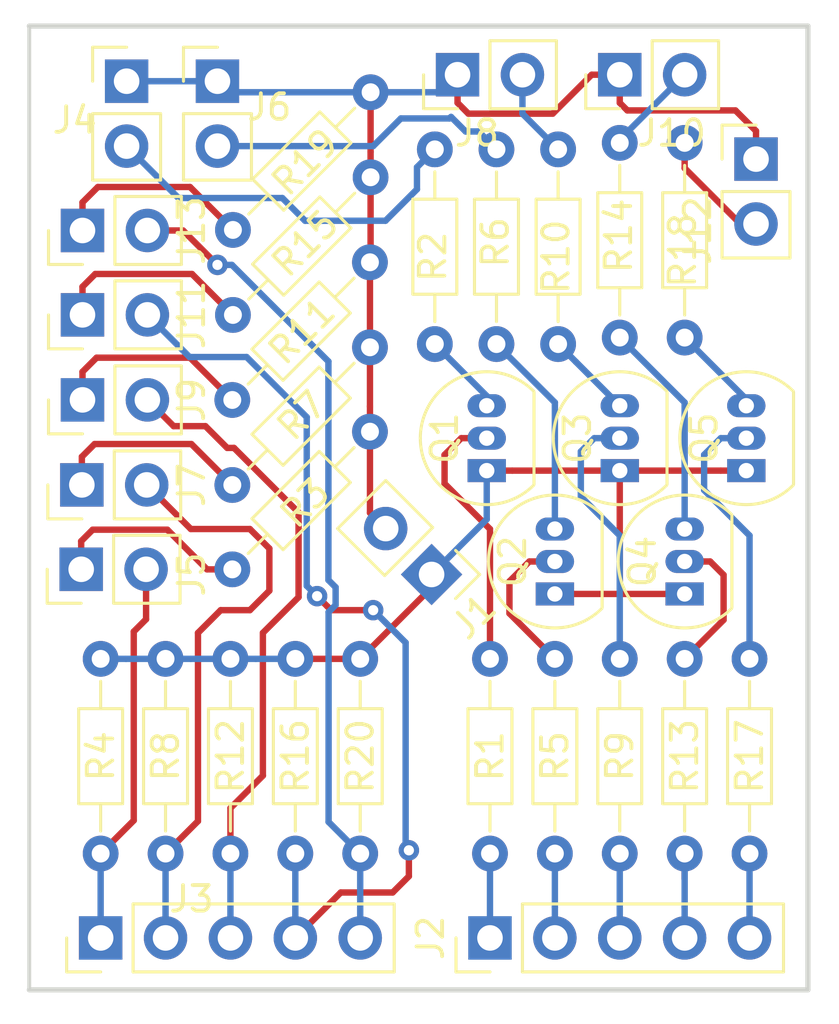
<source format=kicad_pcb>
(kicad_pcb (version 20170123) (host pcbnew "(2017-06-21 revision 375ec9f)-master")

  (general
    (links 55)
    (no_connects 1)
    (area 106.325999 88.950714 138.3755 128.8545)
    (thickness 1.6)
    (drawings 4)
    (tracks 188)
    (zones 0)
    (modules 38)
    (nets 33)
  )

  (page A4)
  (layers
    (0 F.Cu signal)
    (31 B.Cu signal)
    (32 B.Adhes user)
    (33 F.Adhes user)
    (34 B.Paste user)
    (35 F.Paste user)
    (36 B.SilkS user)
    (37 F.SilkS user)
    (38 B.Mask user)
    (39 F.Mask user)
    (40 Dwgs.User user)
    (41 Cmts.User user)
    (42 Eco1.User user)
    (43 Eco2.User user)
    (44 Edge.Cuts user)
    (45 Margin user)
    (46 B.CrtYd user)
    (47 F.CrtYd user)
    (48 B.Fab user)
    (49 F.Fab user)
  )

  (setup
    (last_trace_width 0.25)
    (trace_clearance 0.2)
    (zone_clearance 0.508)
    (zone_45_only no)
    (trace_min 0.2)
    (segment_width 0.2)
    (edge_width 0.15)
    (via_size 0.8)
    (via_drill 0.4)
    (via_min_size 0.4)
    (via_min_drill 0.3)
    (uvia_size 0.3)
    (uvia_drill 0.1)
    (uvias_allowed no)
    (uvia_min_size 0.2)
    (uvia_min_drill 0.1)
    (pcb_text_width 0.3)
    (pcb_text_size 1.5 1.5)
    (mod_edge_width 0.15)
    (mod_text_size 1 1)
    (mod_text_width 0.15)
    (pad_size 1.524 1.524)
    (pad_drill 0.762)
    (pad_to_mask_clearance 0.2)
    (aux_axis_origin 0 0)
    (grid_origin 175.26 64.77)
    (visible_elements FFFFFF7F)
    (pcbplotparams
      (layerselection 0x00030_ffffffff)
      (usegerberextensions false)
      (excludeedgelayer true)
      (linewidth 0.100000)
      (plotframeref false)
      (viasonmask false)
      (mode 1)
      (useauxorigin false)
      (hpglpennumber 1)
      (hpglpenspeed 20)
      (hpglpendiameter 15)
      (psnegative false)
      (psa4output false)
      (plotreference true)
      (plotvalue true)
      (plotinvisibletext false)
      (padsonsilk false)
      (subtractmaskfromsilk false)
      (outputformat 1)
      (mirror false)
      (drillshape 1)
      (scaleselection 1)
      (outputdirectory ""))
  )

  (net 0 "")
  (net 1 VCC)
  (net 2 GND)
  (net 3 LED1)
  (net 4 LED2)
  (net 5 LED3)
  (net 6 LED4)
  (net 7 LED5)
  (net 8 Switch5)
  (net 9 Switch4)
  (net 10 Switch3)
  (net 11 Switch2)
  (net 12 Switch1)
  (net 13 "Net-(J4-Pad2)")
  (net 14 "Net-(J5-Pad1)")
  (net 15 "Net-(J6-Pad2)")
  (net 16 "Net-(J7-Pad1)")
  (net 17 "Net-(J8-Pad2)")
  (net 18 "Net-(J9-Pad1)")
  (net 19 "Net-(J10-Pad2)")
  (net 20 "Net-(J11-Pad1)")
  (net 21 "Net-(J12-Pad2)")
  (net 22 "Net-(J13-Pad1)")
  (net 23 "Net-(Q1-Pad3)")
  (net 24 "Net-(Q2-Pad3)")
  (net 25 "Net-(Q3-Pad3)")
  (net 26 "Net-(Q4-Pad3)")
  (net 27 "Net-(Q5-Pad3)")
  (net 28 "Net-(Q1-Pad2)")
  (net 29 "Net-(Q2-Pad2)")
  (net 30 "Net-(Q3-Pad2)")
  (net 31 "Net-(Q4-Pad2)")
  (net 32 "Net-(Q5-Pad2)")

  (net_class Default "This is the default net class."
    (clearance 0.2)
    (trace_width 0.25)
    (via_dia 0.8)
    (via_drill 0.4)
    (uvia_dia 0.3)
    (uvia_drill 0.1)
    (add_net GND)
    (add_net LED1)
    (add_net LED2)
    (add_net LED3)
    (add_net LED4)
    (add_net LED5)
    (add_net "Net-(J10-Pad2)")
    (add_net "Net-(J11-Pad1)")
    (add_net "Net-(J12-Pad2)")
    (add_net "Net-(J13-Pad1)")
    (add_net "Net-(J4-Pad2)")
    (add_net "Net-(J5-Pad1)")
    (add_net "Net-(J6-Pad2)")
    (add_net "Net-(J7-Pad1)")
    (add_net "Net-(J8-Pad2)")
    (add_net "Net-(J9-Pad1)")
    (add_net "Net-(Q1-Pad2)")
    (add_net "Net-(Q1-Pad3)")
    (add_net "Net-(Q2-Pad2)")
    (add_net "Net-(Q2-Pad3)")
    (add_net "Net-(Q3-Pad2)")
    (add_net "Net-(Q3-Pad3)")
    (add_net "Net-(Q4-Pad2)")
    (add_net "Net-(Q4-Pad3)")
    (add_net "Net-(Q5-Pad2)")
    (add_net "Net-(Q5-Pad3)")
    (add_net Switch1)
    (add_net Switch2)
    (add_net Switch3)
    (add_net Switch4)
    (add_net Switch5)
    (add_net VCC)
  )

  (net_class wider ""
    (clearance 0.2)
    (trace_width 0.5)
    (via_dia 0.8)
    (via_drill 0.4)
    (uvia_dia 0.3)
    (uvia_drill 0.1)
  )

  (module Resistors_THT:R_Axial_DIN0204_L3.6mm_D1.6mm_P7.62mm_Horizontal (layer F.Cu) (tedit 5874F706) (tstamp 5C421B3A)
    (at 119.762186 105.41 225)
    (descr "Resistor, Axial_DIN0204 series, Axial, Horizontal, pin pitch=7.62mm, 0.16666666666666666W = 1/6W, length*diameter=3.6*1.6mm^2, http://cdn-reichelt.de/documents/datenblatt/B400/1_4W%23YAG.pdf")
    (tags "Resistor Axial_DIN0204 series Axial Horizontal pin pitch 7.62mm 0.16666666666666666W = 1/6W length 3.6mm diameter 1.6mm")
    (path /5C2A0EEE)
    (fp_text reference R3 (at 3.772546 -0.178766 225) (layer F.SilkS)
      (effects (font (size 1 1) (thickness 0.15)))
    )
    (fp_text value 330 (at 3.503139 -0.088964 225) (layer F.Fab)
      (effects (font (size 1 1) (thickness 0.15)))
    )
    (fp_line (start 8.6 -1.15) (end -0.95 -1.15) (layer F.CrtYd) (width 0.05))
    (fp_line (start 8.6 1.15) (end 8.6 -1.15) (layer F.CrtYd) (width 0.05))
    (fp_line (start -0.95 1.15) (end 8.6 1.15) (layer F.CrtYd) (width 0.05))
    (fp_line (start -0.95 -1.15) (end -0.95 1.15) (layer F.CrtYd) (width 0.05))
    (fp_line (start 6.74 0) (end 5.669999 0) (layer F.SilkS) (width 0.12))
    (fp_line (start 0.88 0) (end 1.95 0) (layer F.SilkS) (width 0.12))
    (fp_line (start 5.67 -0.86) (end 1.95 -0.86) (layer F.SilkS) (width 0.12))
    (fp_line (start 5.67 0.86) (end 5.67 -0.86) (layer F.SilkS) (width 0.12))
    (fp_line (start 1.95 0.86) (end 5.67 0.86) (layer F.SilkS) (width 0.12))
    (fp_line (start 1.95 -0.86) (end 1.95 0.86) (layer F.SilkS) (width 0.12))
    (fp_line (start 7.62 0) (end 5.61 0) (layer F.Fab) (width 0.1))
    (fp_line (start 0 0) (end 2.010001 0) (layer F.Fab) (width 0.1))
    (fp_line (start 5.61 -0.799999) (end 2.01 -0.8) (layer F.Fab) (width 0.1))
    (fp_line (start 5.61 0.799999) (end 5.61 -0.799999) (layer F.Fab) (width 0.1))
    (fp_line (start 2.01 0.8) (end 5.61 0.799999) (layer F.Fab) (width 0.1))
    (fp_line (start 2.01 -0.8) (end 2.01 0.8) (layer F.Fab) (width 0.1))
    (pad 2 thru_hole oval (at 7.62 0 225) (size 1.4 1.4) (drill 0.7) (layers *.Cu *.Mask)
      (net 14 "Net-(J5-Pad1)"))
    (pad 1 thru_hole circle (at 0 0 225) (size 1.4 1.4) (drill 0.7) (layers *.Cu *.Mask)
      (net 1 VCC))
    (model Resistors_THT.3dshapes/R_Axial_DIN0204_L3.6mm_D1.6mm_P7.62mm_Horizontal.wrl
      (at (xyz 0 0 0))
      (scale (xyz 0.393701 0.393701 0.393701))
      (rotate (xyz 0 0 0))
    )
  )

  (module Pin_Headers:Pin_Header_Straight_1x02_Pitch2.54mm (layer F.Cu) (tedit 5C2901C4) (tstamp 5C42199C)
    (at 122.174 110.998 225)
    (descr "Through hole straight pin header, 1x02, 2.54mm pitch, single row")
    (tags "Through hole pin header THT 1x02 2.54mm single row")
    (path /5C28F9B9)
    (fp_text reference J1 (at 0 -2.33 225) (layer F.SilkS)
      (effects (font (size 1 1) (thickness 0.15)))
    )
    (fp_text value "raspi vcc/gnd" (at 2.159 2.54 315) (layer F.Fab)
      (effects (font (size 1 1) (thickness 0.15)))
    )
    (fp_text user %R (at 0 -2.33 225) (layer F.Fab)
      (effects (font (size 1 1) (thickness 0.15)))
    )
    (fp_line (start 1.8 -1.8) (end -1.8 -1.8) (layer F.CrtYd) (width 0.05))
    (fp_line (start 1.8 4.35) (end 1.8 -1.8) (layer F.CrtYd) (width 0.05))
    (fp_line (start -1.8 4.35) (end 1.8 4.35) (layer F.CrtYd) (width 0.05))
    (fp_line (start -1.8 -1.8) (end -1.8 4.35) (layer F.CrtYd) (width 0.05))
    (fp_line (start -1.33 -1.33) (end 0 -1.33) (layer F.SilkS) (width 0.12))
    (fp_line (start -1.33 0) (end -1.33 -1.33) (layer F.SilkS) (width 0.12))
    (fp_line (start 1.33 1.270001) (end -1.33 1.270001) (layer F.SilkS) (width 0.12))
    (fp_line (start 1.33 3.87) (end 1.33 1.270001) (layer F.SilkS) (width 0.12))
    (fp_line (start -1.33 3.87) (end 1.33 3.87) (layer F.SilkS) (width 0.12))
    (fp_line (start -1.33 1.270001) (end -1.33 3.87) (layer F.SilkS) (width 0.12))
    (fp_line (start 1.27 -1.27) (end -1.27 -1.27) (layer F.Fab) (width 0.1))
    (fp_line (start 1.27 3.81) (end 1.27 -1.27) (layer F.Fab) (width 0.1))
    (fp_line (start -1.27 3.81) (end 1.27 3.81) (layer F.Fab) (width 0.1))
    (fp_line (start -1.27 -1.27) (end -1.27 3.81) (layer F.Fab) (width 0.1))
    (pad 2 thru_hole oval (at 0 2.54 225) (size 1.7 1.7) (drill 1) (layers *.Cu *.Mask)
      (net 1 VCC))
    (pad 1 thru_hole rect (at 0 0 225) (size 1.7 1.7) (drill 1) (layers *.Cu *.Mask)
      (net 2 GND))
    (model ${KISYS3DMOD}/Pin_Headers.3dshapes/Pin_Header_Straight_1x02_Pitch2.54mm.wrl
      (at (xyz 0 -0.05 0))
      (scale (xyz 1 1 1))
      (rotate (xyz 0 0 90))
    )
  )

  (module Pin_Headers:Pin_Header_Straight_1x05_Pitch2.54mm (layer F.Cu) (tedit 58CD4EC1) (tstamp 5C4219B4)
    (at 124.46 125.222 90)
    (descr "Through hole straight pin header, 1x05, 2.54mm pitch, single row")
    (tags "Through hole pin header THT 1x05 2.54mm single row")
    (path /5C28F6E6)
    (fp_text reference J2 (at 0 -2.33 90) (layer F.SilkS)
      (effects (font (size 1 1) (thickness 0.15)))
    )
    (fp_text value "LED input" (at -2.54 5.08 180) (layer F.Fab)
      (effects (font (size 1 1) (thickness 0.15)))
    )
    (fp_line (start -1.27 -1.27) (end -1.27 11.43) (layer F.Fab) (width 0.1))
    (fp_line (start -1.27 11.43) (end 1.27 11.43) (layer F.Fab) (width 0.1))
    (fp_line (start 1.27 11.43) (end 1.27 -1.27) (layer F.Fab) (width 0.1))
    (fp_line (start 1.27 -1.27) (end -1.27 -1.27) (layer F.Fab) (width 0.1))
    (fp_line (start -1.33 1.27) (end -1.33 11.49) (layer F.SilkS) (width 0.12))
    (fp_line (start -1.33 11.49) (end 1.33 11.49) (layer F.SilkS) (width 0.12))
    (fp_line (start 1.33 11.49) (end 1.33 1.27) (layer F.SilkS) (width 0.12))
    (fp_line (start 1.33 1.27) (end -1.33 1.27) (layer F.SilkS) (width 0.12))
    (fp_line (start -1.33 0) (end -1.33 -1.33) (layer F.SilkS) (width 0.12))
    (fp_line (start -1.33 -1.33) (end 0 -1.33) (layer F.SilkS) (width 0.12))
    (fp_line (start -1.8 -1.8) (end -1.8 11.95) (layer F.CrtYd) (width 0.05))
    (fp_line (start -1.8 11.95) (end 1.8 11.95) (layer F.CrtYd) (width 0.05))
    (fp_line (start 1.8 11.95) (end 1.8 -1.8) (layer F.CrtYd) (width 0.05))
    (fp_line (start 1.8 -1.8) (end -1.8 -1.8) (layer F.CrtYd) (width 0.05))
    (fp_text user %R (at 0 -2.33 90) (layer F.Fab)
      (effects (font (size 1 1) (thickness 0.15)))
    )
    (pad 1 thru_hole rect (at 0 0 90) (size 1.7 1.7) (drill 1) (layers *.Cu *.Mask)
      (net 3 LED1))
    (pad 2 thru_hole oval (at 0 2.54 90) (size 1.7 1.7) (drill 1) (layers *.Cu *.Mask)
      (net 4 LED2))
    (pad 3 thru_hole oval (at 0 5.08 90) (size 1.7 1.7) (drill 1) (layers *.Cu *.Mask)
      (net 5 LED3))
    (pad 4 thru_hole oval (at 0 7.62 90) (size 1.7 1.7) (drill 1) (layers *.Cu *.Mask)
      (net 6 LED4))
    (pad 5 thru_hole oval (at 0 10.16 90) (size 1.7 1.7) (drill 1) (layers *.Cu *.Mask)
      (net 7 LED5))
    (model ${KISYS3DMOD}/Pin_Headers.3dshapes/Pin_Header_Straight_1x05_Pitch2.54mm.wrl
      (at (xyz 0 -0.2 0))
      (scale (xyz 1 1 1))
      (rotate (xyz 0 0 90))
    )
  )

  (module Pin_Headers:Pin_Header_Straight_1x05_Pitch2.54mm (layer F.Cu) (tedit 58CD4EC1) (tstamp 5C4219CC)
    (at 109.22 125.222 90)
    (descr "Through hole straight pin header, 1x05, 2.54mm pitch, single row")
    (tags "Through hole pin header THT 1x05 2.54mm single row")
    (path /5C28F59B)
    (fp_text reference J3 (at 1.524 3.556 180) (layer F.SilkS)
      (effects (font (size 1 1) (thickness 0.15)))
    )
    (fp_text value "Switch output" (at -2.54 5.08 180) (layer F.Fab)
      (effects (font (size 1 1) (thickness 0.15)))
    )
    (fp_text user %R (at 0 -2.33 90) (layer F.Fab)
      (effects (font (size 1 1) (thickness 0.15)))
    )
    (fp_line (start 1.8 -1.8) (end -1.8 -1.8) (layer F.CrtYd) (width 0.05))
    (fp_line (start 1.8 11.95) (end 1.8 -1.8) (layer F.CrtYd) (width 0.05))
    (fp_line (start -1.8 11.95) (end 1.8 11.95) (layer F.CrtYd) (width 0.05))
    (fp_line (start -1.8 -1.8) (end -1.8 11.95) (layer F.CrtYd) (width 0.05))
    (fp_line (start -1.33 -1.33) (end 0 -1.33) (layer F.SilkS) (width 0.12))
    (fp_line (start -1.33 0) (end -1.33 -1.33) (layer F.SilkS) (width 0.12))
    (fp_line (start 1.33 1.27) (end -1.33 1.27) (layer F.SilkS) (width 0.12))
    (fp_line (start 1.33 11.49) (end 1.33 1.27) (layer F.SilkS) (width 0.12))
    (fp_line (start -1.33 11.49) (end 1.33 11.49) (layer F.SilkS) (width 0.12))
    (fp_line (start -1.33 1.27) (end -1.33 11.49) (layer F.SilkS) (width 0.12))
    (fp_line (start 1.27 -1.27) (end -1.27 -1.27) (layer F.Fab) (width 0.1))
    (fp_line (start 1.27 11.43) (end 1.27 -1.27) (layer F.Fab) (width 0.1))
    (fp_line (start -1.27 11.43) (end 1.27 11.43) (layer F.Fab) (width 0.1))
    (fp_line (start -1.27 -1.27) (end -1.27 11.43) (layer F.Fab) (width 0.1))
    (pad 5 thru_hole oval (at 0 10.16 90) (size 1.7 1.7) (drill 1) (layers *.Cu *.Mask)
      (net 8 Switch5))
    (pad 4 thru_hole oval (at 0 7.62 90) (size 1.7 1.7) (drill 1) (layers *.Cu *.Mask)
      (net 9 Switch4))
    (pad 3 thru_hole oval (at 0 5.08 90) (size 1.7 1.7) (drill 1) (layers *.Cu *.Mask)
      (net 10 Switch3))
    (pad 2 thru_hole oval (at 0 2.54 90) (size 1.7 1.7) (drill 1) (layers *.Cu *.Mask)
      (net 11 Switch2))
    (pad 1 thru_hole rect (at 0 0 90) (size 1.7 1.7) (drill 1) (layers *.Cu *.Mask)
      (net 12 Switch1))
    (model ${KISYS3DMOD}/Pin_Headers.3dshapes/Pin_Header_Straight_1x05_Pitch2.54mm.wrl
      (at (xyz 0 -0.2 0))
      (scale (xyz 1 1 1))
      (rotate (xyz 0 0 90))
    )
  )

  (module Pin_Headers:Pin_Header_Straight_1x02_Pitch2.54mm (layer F.Cu) (tedit 58CD4EC1) (tstamp 5C4219E1)
    (at 110.236 91.694)
    (descr "Through hole straight pin header, 1x02, 2.54mm pitch, single row")
    (tags "Through hole pin header THT 1x02 2.54mm single row")
    (path /5C297A55)
    (fp_text reference J4 (at -2.032 1.524) (layer F.SilkS)
      (effects (font (size 1 1) (thickness 0.15)))
    )
    (fp_text value "LED 1" (at 0 4.87) (layer F.Fab)
      (effects (font (size 1 1) (thickness 0.15)))
    )
    (fp_text user %R (at 0 -2.33) (layer F.Fab)
      (effects (font (size 1 1) (thickness 0.15)))
    )
    (fp_line (start 1.8 -1.8) (end -1.8 -1.8) (layer F.CrtYd) (width 0.05))
    (fp_line (start 1.8 4.35) (end 1.8 -1.8) (layer F.CrtYd) (width 0.05))
    (fp_line (start -1.8 4.35) (end 1.8 4.35) (layer F.CrtYd) (width 0.05))
    (fp_line (start -1.8 -1.8) (end -1.8 4.35) (layer F.CrtYd) (width 0.05))
    (fp_line (start -1.33 -1.33) (end 0 -1.33) (layer F.SilkS) (width 0.12))
    (fp_line (start -1.33 0) (end -1.33 -1.33) (layer F.SilkS) (width 0.12))
    (fp_line (start 1.33 1.27) (end -1.33 1.27) (layer F.SilkS) (width 0.12))
    (fp_line (start 1.33 3.87) (end 1.33 1.27) (layer F.SilkS) (width 0.12))
    (fp_line (start -1.33 3.87) (end 1.33 3.87) (layer F.SilkS) (width 0.12))
    (fp_line (start -1.33 1.27) (end -1.33 3.87) (layer F.SilkS) (width 0.12))
    (fp_line (start 1.27 -1.27) (end -1.27 -1.27) (layer F.Fab) (width 0.1))
    (fp_line (start 1.27 3.81) (end 1.27 -1.27) (layer F.Fab) (width 0.1))
    (fp_line (start -1.27 3.81) (end 1.27 3.81) (layer F.Fab) (width 0.1))
    (fp_line (start -1.27 -1.27) (end -1.27 3.81) (layer F.Fab) (width 0.1))
    (pad 2 thru_hole oval (at 0 2.54) (size 1.7 1.7) (drill 1) (layers *.Cu *.Mask)
      (net 13 "Net-(J4-Pad2)"))
    (pad 1 thru_hole rect (at 0 0) (size 1.7 1.7) (drill 1) (layers *.Cu *.Mask)
      (net 1 VCC))
    (model ${KISYS3DMOD}/Pin_Headers.3dshapes/Pin_Header_Straight_1x02_Pitch2.54mm.wrl
      (at (xyz 0 -0.05 0))
      (scale (xyz 1 1 1))
      (rotate (xyz 0 0 90))
    )
  )

  (module Pin_Headers:Pin_Header_Straight_1x02_Pitch2.54mm (layer F.Cu) (tedit 58CD4EC1) (tstamp 5C4219F6)
    (at 108.458 110.7948 90)
    (descr "Through hole straight pin header, 1x02, 2.54mm pitch, single row")
    (tags "Through hole pin header THT 1x02 2.54mm single row")
    (path /5C29E0B6)
    (fp_text reference J5 (at -0.2032 4.318 90) (layer F.SilkS)
      (effects (font (size 1 1) (thickness 0.15)))
    )
    (fp_text value "Switch 1" (at -1.27 7.62 180) (layer B.Fab)
      (effects (font (size 1 1) (thickness 0.15)) (justify mirror))
    )
    (fp_line (start -1.27 -1.27) (end -1.27 3.81) (layer F.Fab) (width 0.1))
    (fp_line (start -1.27 3.81) (end 1.27 3.81) (layer F.Fab) (width 0.1))
    (fp_line (start 1.27 3.81) (end 1.27 -1.27) (layer F.Fab) (width 0.1))
    (fp_line (start 1.27 -1.27) (end -1.27 -1.27) (layer F.Fab) (width 0.1))
    (fp_line (start -1.33 1.27) (end -1.33 3.87) (layer F.SilkS) (width 0.12))
    (fp_line (start -1.33 3.87) (end 1.33 3.87) (layer F.SilkS) (width 0.12))
    (fp_line (start 1.33 3.87) (end 1.33 1.27) (layer F.SilkS) (width 0.12))
    (fp_line (start 1.33 1.27) (end -1.33 1.27) (layer F.SilkS) (width 0.12))
    (fp_line (start -1.33 0) (end -1.33 -1.33) (layer F.SilkS) (width 0.12))
    (fp_line (start -1.33 -1.33) (end 0 -1.33) (layer F.SilkS) (width 0.12))
    (fp_line (start -1.8 -1.8) (end -1.8 4.35) (layer F.CrtYd) (width 0.05))
    (fp_line (start -1.8 4.35) (end 1.8 4.35) (layer F.CrtYd) (width 0.05))
    (fp_line (start 1.8 4.35) (end 1.8 -1.8) (layer F.CrtYd) (width 0.05))
    (fp_line (start 1.8 -1.8) (end -1.8 -1.8) (layer F.CrtYd) (width 0.05))
    (fp_text user %R (at 0 -2.33 90) (layer F.Fab)
      (effects (font (size 1 1) (thickness 0.15)))
    )
    (pad 1 thru_hole rect (at 0 0 90) (size 1.7 1.7) (drill 1) (layers *.Cu *.Mask)
      (net 14 "Net-(J5-Pad1)"))
    (pad 2 thru_hole oval (at 0 2.54 90) (size 1.7 1.7) (drill 1) (layers *.Cu *.Mask)
      (net 12 Switch1))
    (model ${KISYS3DMOD}/Pin_Headers.3dshapes/Pin_Header_Straight_1x02_Pitch2.54mm.wrl
      (at (xyz 0 -0.05 0))
      (scale (xyz 1 1 1))
      (rotate (xyz 0 0 90))
    )
  )

  (module Pin_Headers:Pin_Header_Straight_1x02_Pitch2.54mm (layer F.Cu) (tedit 58CD4EC1) (tstamp 5C421A0B)
    (at 113.792 91.694)
    (descr "Through hole straight pin header, 1x02, 2.54mm pitch, single row")
    (tags "Through hole pin header THT 1x02 2.54mm single row")
    (path /5C28F267)
    (fp_text reference J6 (at 2.032 1.016) (layer F.SilkS)
      (effects (font (size 1 1) (thickness 0.15)))
    )
    (fp_text value "LED 2" (at 0 4.87) (layer F.Fab)
      (effects (font (size 1 1) (thickness 0.15)))
    )
    (fp_text user %R (at 0 -2.33) (layer F.Fab)
      (effects (font (size 1 1) (thickness 0.15)))
    )
    (fp_line (start 1.8 -1.8) (end -1.8 -1.8) (layer F.CrtYd) (width 0.05))
    (fp_line (start 1.8 4.35) (end 1.8 -1.8) (layer F.CrtYd) (width 0.05))
    (fp_line (start -1.8 4.35) (end 1.8 4.35) (layer F.CrtYd) (width 0.05))
    (fp_line (start -1.8 -1.8) (end -1.8 4.35) (layer F.CrtYd) (width 0.05))
    (fp_line (start -1.33 -1.33) (end 0 -1.33) (layer F.SilkS) (width 0.12))
    (fp_line (start -1.33 0) (end -1.33 -1.33) (layer F.SilkS) (width 0.12))
    (fp_line (start 1.33 1.27) (end -1.33 1.27) (layer F.SilkS) (width 0.12))
    (fp_line (start 1.33 3.87) (end 1.33 1.27) (layer F.SilkS) (width 0.12))
    (fp_line (start -1.33 3.87) (end 1.33 3.87) (layer F.SilkS) (width 0.12))
    (fp_line (start -1.33 1.27) (end -1.33 3.87) (layer F.SilkS) (width 0.12))
    (fp_line (start 1.27 -1.27) (end -1.27 -1.27) (layer F.Fab) (width 0.1))
    (fp_line (start 1.27 3.81) (end 1.27 -1.27) (layer F.Fab) (width 0.1))
    (fp_line (start -1.27 3.81) (end 1.27 3.81) (layer F.Fab) (width 0.1))
    (fp_line (start -1.27 -1.27) (end -1.27 3.81) (layer F.Fab) (width 0.1))
    (pad 2 thru_hole oval (at 0 2.54) (size 1.7 1.7) (drill 1) (layers *.Cu *.Mask)
      (net 15 "Net-(J6-Pad2)"))
    (pad 1 thru_hole rect (at 0 0) (size 1.7 1.7) (drill 1) (layers *.Cu *.Mask)
      (net 1 VCC))
    (model ${KISYS3DMOD}/Pin_Headers.3dshapes/Pin_Header_Straight_1x02_Pitch2.54mm.wrl
      (at (xyz 0 -0.05 0))
      (scale (xyz 1 1 1))
      (rotate (xyz 0 0 90))
    )
  )

  (module Pin_Headers:Pin_Header_Straight_1x02_Pitch2.54mm (layer F.Cu) (tedit 58CD4EC1) (tstamp 5C421A20)
    (at 108.4834 107.4928 90)
    (descr "Through hole straight pin header, 1x02, 2.54mm pitch, single row")
    (tags "Through hole pin header THT 1x02 2.54mm single row")
    (path /5C2A3A11)
    (fp_text reference J7 (at 0 4.2926 90) (layer F.SilkS)
      (effects (font (size 1 1) (thickness 0.15)))
    )
    (fp_text value "Switch 2" (at -1.27 7.62 180) (layer B.Fab)
      (effects (font (size 1 1) (thickness 0.15)) (justify mirror))
    )
    (fp_text user %R (at 0 -2.33 90) (layer F.Fab)
      (effects (font (size 1 1) (thickness 0.15)))
    )
    (fp_line (start 1.8 -1.8) (end -1.8 -1.8) (layer F.CrtYd) (width 0.05))
    (fp_line (start 1.8 4.35) (end 1.8 -1.8) (layer F.CrtYd) (width 0.05))
    (fp_line (start -1.8 4.35) (end 1.8 4.35) (layer F.CrtYd) (width 0.05))
    (fp_line (start -1.8 -1.8) (end -1.8 4.35) (layer F.CrtYd) (width 0.05))
    (fp_line (start -1.33 -1.33) (end 0 -1.33) (layer F.SilkS) (width 0.12))
    (fp_line (start -1.33 0) (end -1.33 -1.33) (layer F.SilkS) (width 0.12))
    (fp_line (start 1.33 1.27) (end -1.33 1.27) (layer F.SilkS) (width 0.12))
    (fp_line (start 1.33 3.87) (end 1.33 1.27) (layer F.SilkS) (width 0.12))
    (fp_line (start -1.33 3.87) (end 1.33 3.87) (layer F.SilkS) (width 0.12))
    (fp_line (start -1.33 1.27) (end -1.33 3.87) (layer F.SilkS) (width 0.12))
    (fp_line (start 1.27 -1.27) (end -1.27 -1.27) (layer F.Fab) (width 0.1))
    (fp_line (start 1.27 3.81) (end 1.27 -1.27) (layer F.Fab) (width 0.1))
    (fp_line (start -1.27 3.81) (end 1.27 3.81) (layer F.Fab) (width 0.1))
    (fp_line (start -1.27 -1.27) (end -1.27 3.81) (layer F.Fab) (width 0.1))
    (pad 2 thru_hole oval (at 0 2.54 90) (size 1.7 1.7) (drill 1) (layers *.Cu *.Mask)
      (net 11 Switch2))
    (pad 1 thru_hole rect (at 0 0 90) (size 1.7 1.7) (drill 1) (layers *.Cu *.Mask)
      (net 16 "Net-(J7-Pad1)"))
    (model ${KISYS3DMOD}/Pin_Headers.3dshapes/Pin_Header_Straight_1x02_Pitch2.54mm.wrl
      (at (xyz 0 -0.05 0))
      (scale (xyz 1 1 1))
      (rotate (xyz 0 0 90))
    )
  )

  (module Pin_Headers:Pin_Header_Straight_1x02_Pitch2.54mm (layer F.Cu) (tedit 58CD4EC1) (tstamp 5C421A35)
    (at 123.19 91.44 90)
    (descr "Through hole straight pin header, 1x02, 2.54mm pitch, single row")
    (tags "Through hole pin header THT 1x02 2.54mm single row")
    (path /5C2965FC)
    (fp_text reference J8 (at -2.286 0.762 180) (layer F.SilkS)
      (effects (font (size 1 1) (thickness 0.15)))
    )
    (fp_text value "LED 3" (at 0 4.87 90) (layer F.Fab)
      (effects (font (size 1 1) (thickness 0.15)))
    )
    (fp_line (start -1.27 -1.27) (end -1.27 3.81) (layer F.Fab) (width 0.1))
    (fp_line (start -1.27 3.81) (end 1.27 3.81) (layer F.Fab) (width 0.1))
    (fp_line (start 1.27 3.81) (end 1.27 -1.27) (layer F.Fab) (width 0.1))
    (fp_line (start 1.27 -1.27) (end -1.27 -1.27) (layer F.Fab) (width 0.1))
    (fp_line (start -1.33 1.27) (end -1.33 3.87) (layer F.SilkS) (width 0.12))
    (fp_line (start -1.33 3.87) (end 1.33 3.87) (layer F.SilkS) (width 0.12))
    (fp_line (start 1.33 3.87) (end 1.33 1.27) (layer F.SilkS) (width 0.12))
    (fp_line (start 1.33 1.27) (end -1.33 1.27) (layer F.SilkS) (width 0.12))
    (fp_line (start -1.33 0) (end -1.33 -1.33) (layer F.SilkS) (width 0.12))
    (fp_line (start -1.33 -1.33) (end 0 -1.33) (layer F.SilkS) (width 0.12))
    (fp_line (start -1.8 -1.8) (end -1.8 4.35) (layer F.CrtYd) (width 0.05))
    (fp_line (start -1.8 4.35) (end 1.8 4.35) (layer F.CrtYd) (width 0.05))
    (fp_line (start 1.8 4.35) (end 1.8 -1.8) (layer F.CrtYd) (width 0.05))
    (fp_line (start 1.8 -1.8) (end -1.8 -1.8) (layer F.CrtYd) (width 0.05))
    (fp_text user %R (at -2.286 0.762 180) (layer F.Fab)
      (effects (font (size 1 1) (thickness 0.15)))
    )
    (pad 1 thru_hole rect (at 0 0 90) (size 1.7 1.7) (drill 1) (layers *.Cu *.Mask)
      (net 1 VCC))
    (pad 2 thru_hole oval (at 0 2.54 90) (size 1.7 1.7) (drill 1) (layers *.Cu *.Mask)
      (net 17 "Net-(J8-Pad2)"))
    (model ${KISYS3DMOD}/Pin_Headers.3dshapes/Pin_Header_Straight_1x02_Pitch2.54mm.wrl
      (at (xyz 0 -0.05 0))
      (scale (xyz 1 1 1))
      (rotate (xyz 0 0 90))
    )
  )

  (module Pin_Headers:Pin_Header_Straight_1x02_Pitch2.54mm (layer F.Cu) (tedit 58CD4EC1) (tstamp 5C421A4A)
    (at 108.5088 104.1654 90)
    (descr "Through hole straight pin header, 1x02, 2.54mm pitch, single row")
    (tags "Through hole pin header THT 1x02 2.54mm single row")
    (path /5C2A3E9E)
    (fp_text reference J9 (at 0 4.2672 90) (layer F.SilkS)
      (effects (font (size 1 1) (thickness 0.15)))
    )
    (fp_text value "Switch 3" (at -1.27 7.62 180) (layer B.Fab)
      (effects (font (size 1 1) (thickness 0.15)) (justify mirror))
    )
    (fp_line (start -1.27 -1.27) (end -1.27 3.81) (layer F.Fab) (width 0.1))
    (fp_line (start -1.27 3.81) (end 1.27 3.81) (layer F.Fab) (width 0.1))
    (fp_line (start 1.27 3.81) (end 1.27 -1.27) (layer F.Fab) (width 0.1))
    (fp_line (start 1.27 -1.27) (end -1.27 -1.27) (layer F.Fab) (width 0.1))
    (fp_line (start -1.33 1.27) (end -1.33 3.87) (layer F.SilkS) (width 0.12))
    (fp_line (start -1.33 3.87) (end 1.33 3.87) (layer F.SilkS) (width 0.12))
    (fp_line (start 1.33 3.87) (end 1.33 1.27) (layer F.SilkS) (width 0.12))
    (fp_line (start 1.33 1.27) (end -1.33 1.27) (layer F.SilkS) (width 0.12))
    (fp_line (start -1.33 0) (end -1.33 -1.33) (layer F.SilkS) (width 0.12))
    (fp_line (start -1.33 -1.33) (end 0 -1.33) (layer F.SilkS) (width 0.12))
    (fp_line (start -1.8 -1.8) (end -1.8 4.35) (layer F.CrtYd) (width 0.05))
    (fp_line (start -1.8 4.35) (end 1.8 4.35) (layer F.CrtYd) (width 0.05))
    (fp_line (start 1.8 4.35) (end 1.8 -1.8) (layer F.CrtYd) (width 0.05))
    (fp_line (start 1.8 -1.8) (end -1.8 -1.8) (layer F.CrtYd) (width 0.05))
    (fp_text user %R (at 0 -2.33 90) (layer F.Fab)
      (effects (font (size 1 1) (thickness 0.15)))
    )
    (pad 1 thru_hole rect (at 0 0 90) (size 1.7 1.7) (drill 1) (layers *.Cu *.Mask)
      (net 18 "Net-(J9-Pad1)"))
    (pad 2 thru_hole oval (at 0 2.54 90) (size 1.7 1.7) (drill 1) (layers *.Cu *.Mask)
      (net 10 Switch3))
    (model ${KISYS3DMOD}/Pin_Headers.3dshapes/Pin_Header_Straight_1x02_Pitch2.54mm.wrl
      (at (xyz 0 -0.05 0))
      (scale (xyz 1 1 1))
      (rotate (xyz 0 0 90))
    )
  )

  (module Pin_Headers:Pin_Header_Straight_1x02_Pitch2.54mm (layer F.Cu) (tedit 58CD4EC1) (tstamp 5C421A5F)
    (at 129.54 91.44 90)
    (descr "Through hole straight pin header, 1x02, 2.54mm pitch, single row")
    (tags "Through hole pin header THT 1x02 2.54mm single row")
    (path /5C2975E6)
    (fp_text reference J10 (at -2.286 2.032 180) (layer F.SilkS)
      (effects (font (size 1 1) (thickness 0.15)))
    )
    (fp_text value "LED 4" (at 0 4.87 90) (layer F.Fab)
      (effects (font (size 1 1) (thickness 0.15)))
    )
    (fp_line (start -1.27 -1.27) (end -1.27 3.81) (layer F.Fab) (width 0.1))
    (fp_line (start -1.27 3.81) (end 1.27 3.81) (layer F.Fab) (width 0.1))
    (fp_line (start 1.27 3.81) (end 1.27 -1.27) (layer F.Fab) (width 0.1))
    (fp_line (start 1.27 -1.27) (end -1.27 -1.27) (layer F.Fab) (width 0.1))
    (fp_line (start -1.33 1.27) (end -1.33 3.87) (layer F.SilkS) (width 0.12))
    (fp_line (start -1.33 3.87) (end 1.33 3.87) (layer F.SilkS) (width 0.12))
    (fp_line (start 1.33 3.87) (end 1.33 1.27) (layer F.SilkS) (width 0.12))
    (fp_line (start 1.33 1.27) (end -1.33 1.27) (layer F.SilkS) (width 0.12))
    (fp_line (start -1.33 0) (end -1.33 -1.33) (layer F.SilkS) (width 0.12))
    (fp_line (start -1.33 -1.33) (end 0 -1.33) (layer F.SilkS) (width 0.12))
    (fp_line (start -1.8 -1.8) (end -1.8 4.35) (layer F.CrtYd) (width 0.05))
    (fp_line (start -1.8 4.35) (end 1.8 4.35) (layer F.CrtYd) (width 0.05))
    (fp_line (start 1.8 4.35) (end 1.8 -1.8) (layer F.CrtYd) (width 0.05))
    (fp_line (start 1.8 -1.8) (end -1.8 -1.8) (layer F.CrtYd) (width 0.05))
    (fp_text user %R (at 0 -2.33 90) (layer F.Fab)
      (effects (font (size 1 1) (thickness 0.15)))
    )
    (pad 1 thru_hole rect (at 0 0 90) (size 1.7 1.7) (drill 1) (layers *.Cu *.Mask)
      (net 1 VCC))
    (pad 2 thru_hole oval (at 0 2.54 90) (size 1.7 1.7) (drill 1) (layers *.Cu *.Mask)
      (net 19 "Net-(J10-Pad2)"))
    (model ${KISYS3DMOD}/Pin_Headers.3dshapes/Pin_Header_Straight_1x02_Pitch2.54mm.wrl
      (at (xyz 0 -0.05 0))
      (scale (xyz 1 1 1))
      (rotate (xyz 0 0 90))
    )
  )

  (module Pin_Headers:Pin_Header_Straight_1x02_Pitch2.54mm (layer F.Cu) (tedit 58CD4EC1) (tstamp 5C421A74)
    (at 108.5088 100.838 90)
    (descr "Through hole straight pin header, 1x02, 2.54mm pitch, single row")
    (tags "Through hole pin header THT 1x02 2.54mm single row")
    (path /5C2A3EC6)
    (fp_text reference J11 (at 0 4.2672 90) (layer F.SilkS)
      (effects (font (size 1 1) (thickness 0.15)))
    )
    (fp_text value "Switch 4" (at -1.27 7.62 180) (layer B.Fab)
      (effects (font (size 1 1) (thickness 0.15)) (justify mirror))
    )
    (fp_text user %R (at 0 -2.33 90) (layer F.Fab)
      (effects (font (size 1 1) (thickness 0.15)))
    )
    (fp_line (start 1.8 -1.8) (end -1.8 -1.8) (layer F.CrtYd) (width 0.05))
    (fp_line (start 1.8 4.35) (end 1.8 -1.8) (layer F.CrtYd) (width 0.05))
    (fp_line (start -1.8 4.35) (end 1.8 4.35) (layer F.CrtYd) (width 0.05))
    (fp_line (start -1.8 -1.8) (end -1.8 4.35) (layer F.CrtYd) (width 0.05))
    (fp_line (start -1.33 -1.33) (end 0 -1.33) (layer F.SilkS) (width 0.12))
    (fp_line (start -1.33 0) (end -1.33 -1.33) (layer F.SilkS) (width 0.12))
    (fp_line (start 1.33 1.27) (end -1.33 1.27) (layer F.SilkS) (width 0.12))
    (fp_line (start 1.33 3.87) (end 1.33 1.27) (layer F.SilkS) (width 0.12))
    (fp_line (start -1.33 3.87) (end 1.33 3.87) (layer F.SilkS) (width 0.12))
    (fp_line (start -1.33 1.27) (end -1.33 3.87) (layer F.SilkS) (width 0.12))
    (fp_line (start 1.27 -1.27) (end -1.27 -1.27) (layer F.Fab) (width 0.1))
    (fp_line (start 1.27 3.81) (end 1.27 -1.27) (layer F.Fab) (width 0.1))
    (fp_line (start -1.27 3.81) (end 1.27 3.81) (layer F.Fab) (width 0.1))
    (fp_line (start -1.27 -1.27) (end -1.27 3.81) (layer F.Fab) (width 0.1))
    (pad 2 thru_hole oval (at 0 2.54 90) (size 1.7 1.7) (drill 1) (layers *.Cu *.Mask)
      (net 9 Switch4))
    (pad 1 thru_hole rect (at 0 0 90) (size 1.7 1.7) (drill 1) (layers *.Cu *.Mask)
      (net 20 "Net-(J11-Pad1)"))
    (model ${KISYS3DMOD}/Pin_Headers.3dshapes/Pin_Header_Straight_1x02_Pitch2.54mm.wrl
      (at (xyz 0 -0.05 0))
      (scale (xyz 1 1 1))
      (rotate (xyz 0 0 90))
    )
  )

  (module Pin_Headers:Pin_Header_Straight_1x02_Pitch2.54mm (layer F.Cu) (tedit 58CD4EC1) (tstamp 5C421A89)
    (at 134.874 94.742)
    (descr "Through hole straight pin header, 1x02, 2.54mm pitch, single row")
    (tags "Through hole pin header THT 1x02 2.54mm single row")
    (path /5C297614)
    (fp_text reference J12 (at -2.286 2.794 270) (layer F.SilkS)
      (effects (font (size 1 1) (thickness 0.15)))
    )
    (fp_text value "LED 5" (at 0 4.87) (layer F.Fab)
      (effects (font (size 1 1) (thickness 0.15)))
    )
    (fp_text user %R (at 0 -2.33) (layer F.Fab)
      (effects (font (size 1 1) (thickness 0.15)))
    )
    (fp_line (start 1.8 -1.8) (end -1.8 -1.8) (layer F.CrtYd) (width 0.05))
    (fp_line (start 1.8 4.35) (end 1.8 -1.8) (layer F.CrtYd) (width 0.05))
    (fp_line (start -1.8 4.35) (end 1.8 4.35) (layer F.CrtYd) (width 0.05))
    (fp_line (start -1.8 -1.8) (end -1.8 4.35) (layer F.CrtYd) (width 0.05))
    (fp_line (start -1.33 -1.33) (end 0 -1.33) (layer F.SilkS) (width 0.12))
    (fp_line (start -1.33 0) (end -1.33 -1.33) (layer F.SilkS) (width 0.12))
    (fp_line (start 1.33 1.27) (end -1.33 1.27) (layer F.SilkS) (width 0.12))
    (fp_line (start 1.33 3.87) (end 1.33 1.27) (layer F.SilkS) (width 0.12))
    (fp_line (start -1.33 3.87) (end 1.33 3.87) (layer F.SilkS) (width 0.12))
    (fp_line (start -1.33 1.27) (end -1.33 3.87) (layer F.SilkS) (width 0.12))
    (fp_line (start 1.27 -1.27) (end -1.27 -1.27) (layer F.Fab) (width 0.1))
    (fp_line (start 1.27 3.81) (end 1.27 -1.27) (layer F.Fab) (width 0.1))
    (fp_line (start -1.27 3.81) (end 1.27 3.81) (layer F.Fab) (width 0.1))
    (fp_line (start -1.27 -1.27) (end -1.27 3.81) (layer F.Fab) (width 0.1))
    (pad 2 thru_hole oval (at 0 2.54) (size 1.7 1.7) (drill 1) (layers *.Cu *.Mask)
      (net 21 "Net-(J12-Pad2)"))
    (pad 1 thru_hole rect (at 0 0) (size 1.7 1.7) (drill 1) (layers *.Cu *.Mask)
      (net 1 VCC))
    (model ${KISYS3DMOD}/Pin_Headers.3dshapes/Pin_Header_Straight_1x02_Pitch2.54mm.wrl
      (at (xyz 0 -0.05 0))
      (scale (xyz 1 1 1))
      (rotate (xyz 0 0 90))
    )
  )

  (module Pin_Headers:Pin_Header_Straight_1x02_Pitch2.54mm (layer F.Cu) (tedit 58CD4EC1) (tstamp 5C421A9E)
    (at 108.5088 97.536 90)
    (descr "Through hole straight pin header, 1x02, 2.54mm pitch, single row")
    (tags "Through hole pin header THT 1x02 2.54mm single row")
    (path /5C2A4034)
    (fp_text reference J13 (at 0 4.2672 90) (layer F.SilkS)
      (effects (font (size 1 1) (thickness 0.15)))
    )
    (fp_text value "Switch 5" (at -1.27 7.62 180) (layer B.Fab)
      (effects (font (size 1 1) (thickness 0.15)) (justify mirror))
    )
    (fp_line (start -1.27 -1.27) (end -1.27 3.81) (layer F.Fab) (width 0.1))
    (fp_line (start -1.27 3.81) (end 1.27 3.81) (layer F.Fab) (width 0.1))
    (fp_line (start 1.27 3.81) (end 1.27 -1.27) (layer F.Fab) (width 0.1))
    (fp_line (start 1.27 -1.27) (end -1.27 -1.27) (layer F.Fab) (width 0.1))
    (fp_line (start -1.33 1.27) (end -1.33 3.87) (layer F.SilkS) (width 0.12))
    (fp_line (start -1.33 3.87) (end 1.33 3.87) (layer F.SilkS) (width 0.12))
    (fp_line (start 1.33 3.87) (end 1.33 1.27) (layer F.SilkS) (width 0.12))
    (fp_line (start 1.33 1.27) (end -1.33 1.27) (layer F.SilkS) (width 0.12))
    (fp_line (start -1.33 0) (end -1.33 -1.33) (layer F.SilkS) (width 0.12))
    (fp_line (start -1.33 -1.33) (end 0 -1.33) (layer F.SilkS) (width 0.12))
    (fp_line (start -1.8 -1.8) (end -1.8 4.35) (layer F.CrtYd) (width 0.05))
    (fp_line (start -1.8 4.35) (end 1.8 4.35) (layer F.CrtYd) (width 0.05))
    (fp_line (start 1.8 4.35) (end 1.8 -1.8) (layer F.CrtYd) (width 0.05))
    (fp_line (start 1.8 -1.8) (end -1.8 -1.8) (layer F.CrtYd) (width 0.05))
    (fp_text user %R (at 0 -2.33 90) (layer F.Fab)
      (effects (font (size 1 1) (thickness 0.15)))
    )
    (pad 1 thru_hole rect (at 0 0 90) (size 1.7 1.7) (drill 1) (layers *.Cu *.Mask)
      (net 22 "Net-(J13-Pad1)"))
    (pad 2 thru_hole oval (at 0 2.54 90) (size 1.7 1.7) (drill 1) (layers *.Cu *.Mask)
      (net 8 Switch5))
    (model ${KISYS3DMOD}/Pin_Headers.3dshapes/Pin_Header_Straight_1x02_Pitch2.54mm.wrl
      (at (xyz 0 -0.05 0))
      (scale (xyz 1 1 1))
      (rotate (xyz 0 0 90))
    )
  )

  (module Resistors_THT:R_Axial_DIN0204_L3.6mm_D1.6mm_P7.62mm_Horizontal (layer F.Cu) (tedit 5874F706) (tstamp 5C421B0E)
    (at 124.46 121.92 90)
    (descr "Resistor, Axial_DIN0204 series, Axial, Horizontal, pin pitch=7.62mm, 0.16666666666666666W = 1/6W, length*diameter=3.6*1.6mm^2, http://cdn-reichelt.de/documents/datenblatt/B400/1_4W%23YAG.pdf")
    (tags "Resistor Axial_DIN0204 series Axial Horizontal pin pitch 7.62mm 0.16666666666666666W = 1/6W length 3.6mm diameter 1.6mm")
    (path /5C297A7C)
    (fp_text reference R1 (at 3.81 0 90) (layer F.SilkS)
      (effects (font (size 1 1) (thickness 0.15)))
    )
    (fp_text value 1k (at 3.81 1.86 90) (layer F.Fab)
      (effects (font (size 1 1) (thickness 0.15)))
    )
    (fp_line (start 8.6 -1.15) (end -0.95 -1.15) (layer F.CrtYd) (width 0.05))
    (fp_line (start 8.6 1.15) (end 8.6 -1.15) (layer F.CrtYd) (width 0.05))
    (fp_line (start -0.95 1.15) (end 8.6 1.15) (layer F.CrtYd) (width 0.05))
    (fp_line (start -0.95 -1.15) (end -0.95 1.15) (layer F.CrtYd) (width 0.05))
    (fp_line (start 6.74 0) (end 5.67 0) (layer F.SilkS) (width 0.12))
    (fp_line (start 0.88 0) (end 1.95 0) (layer F.SilkS) (width 0.12))
    (fp_line (start 5.67 -0.86) (end 1.95 -0.86) (layer F.SilkS) (width 0.12))
    (fp_line (start 5.67 0.86) (end 5.67 -0.86) (layer F.SilkS) (width 0.12))
    (fp_line (start 1.95 0.86) (end 5.67 0.86) (layer F.SilkS) (width 0.12))
    (fp_line (start 1.95 -0.86) (end 1.95 0.86) (layer F.SilkS) (width 0.12))
    (fp_line (start 7.62 0) (end 5.61 0) (layer F.Fab) (width 0.1))
    (fp_line (start 0 0) (end 2.01 0) (layer F.Fab) (width 0.1))
    (fp_line (start 5.61 -0.8) (end 2.01 -0.8) (layer F.Fab) (width 0.1))
    (fp_line (start 5.61 0.8) (end 5.61 -0.8) (layer F.Fab) (width 0.1))
    (fp_line (start 2.01 0.8) (end 5.61 0.8) (layer F.Fab) (width 0.1))
    (fp_line (start 2.01 -0.8) (end 2.01 0.8) (layer F.Fab) (width 0.1))
    (pad 2 thru_hole oval (at 7.62 0 90) (size 1.4 1.4) (drill 0.7) (layers *.Cu *.Mask)
      (net 28 "Net-(Q1-Pad2)"))
    (pad 1 thru_hole circle (at 0 0 90) (size 1.4 1.4) (drill 0.7) (layers *.Cu *.Mask)
      (net 3 LED1))
    (model Resistors_THT.3dshapes/R_Axial_DIN0204_L3.6mm_D1.6mm_P7.62mm_Horizontal.wrl
      (at (xyz 0 0 0))
      (scale (xyz 0.393701 0.393701 0.393701))
      (rotate (xyz 0 0 0))
    )
  )

  (module Resistors_THT:R_Axial_DIN0204_L3.6mm_D1.6mm_P7.62mm_Horizontal (layer F.Cu) (tedit 5874F706) (tstamp 5C421B24)
    (at 122.301 94.361 270)
    (descr "Resistor, Axial_DIN0204 series, Axial, Horizontal, pin pitch=7.62mm, 0.16666666666666666W = 1/6W, length*diameter=3.6*1.6mm^2, http://cdn-reichelt.de/documents/datenblatt/B400/1_4W%23YAG.pdf")
    (tags "Resistor Axial_DIN0204 series Axial Horizontal pin pitch 7.62mm 0.16666666666666666W = 1/6W length 3.6mm diameter 1.6mm")
    (path /5C297A67)
    (fp_text reference R2 (at 4.205572 0.081736 270) (layer F.SilkS)
      (effects (font (size 1 1) (thickness 0.15)))
    )
    (fp_text value 220 (at 4.205572 0.081736 270) (layer F.Fab)
      (effects (font (size 1 1) (thickness 0.15)))
    )
    (fp_line (start 8.6 -1.15) (end -0.95 -1.15) (layer F.CrtYd) (width 0.05))
    (fp_line (start 8.6 1.15) (end 8.6 -1.15) (layer F.CrtYd) (width 0.05))
    (fp_line (start -0.95 1.15) (end 8.6 1.15) (layer F.CrtYd) (width 0.05))
    (fp_line (start -0.95 -1.15) (end -0.95 1.15) (layer F.CrtYd) (width 0.05))
    (fp_line (start 6.74 0) (end 5.67 0) (layer F.SilkS) (width 0.12))
    (fp_line (start 0.88 0) (end 1.95 0) (layer F.SilkS) (width 0.12))
    (fp_line (start 5.67 -0.86) (end 1.95 -0.86) (layer F.SilkS) (width 0.12))
    (fp_line (start 5.67 0.86) (end 5.67 -0.86) (layer F.SilkS) (width 0.12))
    (fp_line (start 1.95 0.86) (end 5.67 0.86) (layer F.SilkS) (width 0.12))
    (fp_line (start 1.95 -0.86) (end 1.95 0.86) (layer F.SilkS) (width 0.12))
    (fp_line (start 7.62 0) (end 5.61 0) (layer F.Fab) (width 0.1))
    (fp_line (start 0 0) (end 2.01 0) (layer F.Fab) (width 0.1))
    (fp_line (start 5.61 -0.8) (end 2.01 -0.8) (layer F.Fab) (width 0.1))
    (fp_line (start 5.61 0.8) (end 5.61 -0.8) (layer F.Fab) (width 0.1))
    (fp_line (start 2.01 0.8) (end 5.61 0.8) (layer F.Fab) (width 0.1))
    (fp_line (start 2.01 -0.8) (end 2.01 0.8) (layer F.Fab) (width 0.1))
    (pad 2 thru_hole oval (at 7.62 0 270) (size 1.4 1.4) (drill 0.7) (layers *.Cu *.Mask)
      (net 23 "Net-(Q1-Pad3)"))
    (pad 1 thru_hole circle (at 0 0 270) (size 1.4 1.4) (drill 0.7) (layers *.Cu *.Mask)
      (net 13 "Net-(J4-Pad2)"))
    (model Resistors_THT.3dshapes/R_Axial_DIN0204_L3.6mm_D1.6mm_P7.62mm_Horizontal.wrl
      (at (xyz 0 0 0))
      (scale (xyz 0.393701 0.393701 0.393701))
      (rotate (xyz 0 0 0))
    )
  )

  (module Resistors_THT:R_Axial_DIN0204_L3.6mm_D1.6mm_P7.62mm_Horizontal (layer F.Cu) (tedit 5874F706) (tstamp 5C421B50)
    (at 109.22 121.92 90)
    (descr "Resistor, Axial_DIN0204 series, Axial, Horizontal, pin pitch=7.62mm, 0.16666666666666666W = 1/6W, length*diameter=3.6*1.6mm^2, http://cdn-reichelt.de/documents/datenblatt/B400/1_4W%23YAG.pdf")
    (tags "Resistor Axial_DIN0204 series Axial Horizontal pin pitch 7.62mm 0.16666666666666666W = 1/6W length 3.6mm diameter 1.6mm")
    (path /5C2A14F4)
    (fp_text reference R4 (at 3.81 0 90) (layer F.SilkS)
      (effects (font (size 1 1) (thickness 0.15)))
    )
    (fp_text value 1k (at 3.81 1.86 90) (layer F.Fab)
      (effects (font (size 1 1) (thickness 0.15)))
    )
    (fp_line (start 2.01 -0.8) (end 2.01 0.8) (layer F.Fab) (width 0.1))
    (fp_line (start 2.01 0.8) (end 5.61 0.8) (layer F.Fab) (width 0.1))
    (fp_line (start 5.61 0.8) (end 5.61 -0.8) (layer F.Fab) (width 0.1))
    (fp_line (start 5.61 -0.8) (end 2.01 -0.8) (layer F.Fab) (width 0.1))
    (fp_line (start 0 0) (end 2.01 0) (layer F.Fab) (width 0.1))
    (fp_line (start 7.62 0) (end 5.61 0) (layer F.Fab) (width 0.1))
    (fp_line (start 1.95 -0.86) (end 1.95 0.86) (layer F.SilkS) (width 0.12))
    (fp_line (start 1.95 0.86) (end 5.67 0.86) (layer F.SilkS) (width 0.12))
    (fp_line (start 5.67 0.86) (end 5.67 -0.86) (layer F.SilkS) (width 0.12))
    (fp_line (start 5.67 -0.86) (end 1.95 -0.86) (layer F.SilkS) (width 0.12))
    (fp_line (start 0.88 0) (end 1.95 0) (layer F.SilkS) (width 0.12))
    (fp_line (start 6.74 0) (end 5.67 0) (layer F.SilkS) (width 0.12))
    (fp_line (start -0.95 -1.15) (end -0.95 1.15) (layer F.CrtYd) (width 0.05))
    (fp_line (start -0.95 1.15) (end 8.6 1.15) (layer F.CrtYd) (width 0.05))
    (fp_line (start 8.6 1.15) (end 8.6 -1.15) (layer F.CrtYd) (width 0.05))
    (fp_line (start 8.6 -1.15) (end -0.95 -1.15) (layer F.CrtYd) (width 0.05))
    (pad 1 thru_hole circle (at 0 0 90) (size 1.4 1.4) (drill 0.7) (layers *.Cu *.Mask)
      (net 12 Switch1))
    (pad 2 thru_hole oval (at 7.62 0 90) (size 1.4 1.4) (drill 0.7) (layers *.Cu *.Mask)
      (net 2 GND))
    (model Resistors_THT.3dshapes/R_Axial_DIN0204_L3.6mm_D1.6mm_P7.62mm_Horizontal.wrl
      (at (xyz 0 0 0))
      (scale (xyz 0.393701 0.393701 0.393701))
      (rotate (xyz 0 0 0))
    )
  )

  (module Resistors_THT:R_Axial_DIN0204_L3.6mm_D1.6mm_P7.62mm_Horizontal (layer F.Cu) (tedit 5874F706) (tstamp 5C421B66)
    (at 127 121.92 90)
    (descr "Resistor, Axial_DIN0204 series, Axial, Horizontal, pin pitch=7.62mm, 0.16666666666666666W = 1/6W, length*diameter=3.6*1.6mm^2, http://cdn-reichelt.de/documents/datenblatt/B400/1_4W%23YAG.pdf")
    (tags "Resistor Axial_DIN0204 series Axial Horizontal pin pitch 7.62mm 0.16666666666666666W = 1/6W length 3.6mm diameter 1.6mm")
    (path /5C29443A)
    (fp_text reference R5 (at 3.81 0 90) (layer F.SilkS)
      (effects (font (size 1 1) (thickness 0.15)))
    )
    (fp_text value 1k (at 3.81 1.86 90) (layer F.Fab)
      (effects (font (size 1 1) (thickness 0.15)))
    )
    (fp_line (start 2.01 -0.8) (end 2.01 0.8) (layer F.Fab) (width 0.1))
    (fp_line (start 2.01 0.8) (end 5.61 0.8) (layer F.Fab) (width 0.1))
    (fp_line (start 5.61 0.8) (end 5.61 -0.8) (layer F.Fab) (width 0.1))
    (fp_line (start 5.61 -0.8) (end 2.01 -0.8) (layer F.Fab) (width 0.1))
    (fp_line (start 0 0) (end 2.01 0) (layer F.Fab) (width 0.1))
    (fp_line (start 7.62 0) (end 5.61 0) (layer F.Fab) (width 0.1))
    (fp_line (start 1.95 -0.86) (end 1.95 0.86) (layer F.SilkS) (width 0.12))
    (fp_line (start 1.95 0.86) (end 5.67 0.86) (layer F.SilkS) (width 0.12))
    (fp_line (start 5.67 0.86) (end 5.67 -0.86) (layer F.SilkS) (width 0.12))
    (fp_line (start 5.67 -0.86) (end 1.95 -0.86) (layer F.SilkS) (width 0.12))
    (fp_line (start 0.88 0) (end 1.95 0) (layer F.SilkS) (width 0.12))
    (fp_line (start 6.74 0) (end 5.67 0) (layer F.SilkS) (width 0.12))
    (fp_line (start -0.95 -1.15) (end -0.95 1.15) (layer F.CrtYd) (width 0.05))
    (fp_line (start -0.95 1.15) (end 8.6 1.15) (layer F.CrtYd) (width 0.05))
    (fp_line (start 8.6 1.15) (end 8.6 -1.15) (layer F.CrtYd) (width 0.05))
    (fp_line (start 8.6 -1.15) (end -0.95 -1.15) (layer F.CrtYd) (width 0.05))
    (pad 1 thru_hole circle (at 0 0 90) (size 1.4 1.4) (drill 0.7) (layers *.Cu *.Mask)
      (net 4 LED2))
    (pad 2 thru_hole oval (at 7.62 0 90) (size 1.4 1.4) (drill 0.7) (layers *.Cu *.Mask)
      (net 29 "Net-(Q2-Pad2)"))
    (model Resistors_THT.3dshapes/R_Axial_DIN0204_L3.6mm_D1.6mm_P7.62mm_Horizontal.wrl
      (at (xyz 0 0 0))
      (scale (xyz 0.393701 0.393701 0.393701))
      (rotate (xyz 0 0 0))
    )
  )

  (module Resistors_THT:R_Axial_DIN0204_L3.6mm_D1.6mm_P7.62mm_Horizontal (layer F.Cu) (tedit 5874F706) (tstamp 5C421B7C)
    (at 124.714 94.361 270)
    (descr "Resistor, Axial_DIN0204 series, Axial, Horizontal, pin pitch=7.62mm, 0.16666666666666666W = 1/6W, length*diameter=3.6*1.6mm^2, http://cdn-reichelt.de/documents/datenblatt/B400/1_4W%23YAG.pdf")
    (tags "Resistor Axial_DIN0204 series Axial Horizontal pin pitch 7.62mm 0.16666666666666666W = 1/6W length 3.6mm diameter 1.6mm")
    (path /5C292652)
    (fp_text reference R6 (at 3.638631 0.047707 270) (layer F.SilkS)
      (effects (font (size 1 1) (thickness 0.15)))
    )
    (fp_text value 220 (at 4.332572 -0.138234 270) (layer F.Fab)
      (effects (font (size 1 1) (thickness 0.15)))
    )
    (fp_line (start 8.6 -1.15) (end -0.95 -1.15) (layer F.CrtYd) (width 0.05))
    (fp_line (start 8.6 1.15) (end 8.6 -1.15) (layer F.CrtYd) (width 0.05))
    (fp_line (start -0.95 1.15) (end 8.6 1.15) (layer F.CrtYd) (width 0.05))
    (fp_line (start -0.95 -1.15) (end -0.95 1.15) (layer F.CrtYd) (width 0.05))
    (fp_line (start 6.74 0) (end 5.67 0) (layer F.SilkS) (width 0.12))
    (fp_line (start 0.88 0) (end 1.95 0) (layer F.SilkS) (width 0.12))
    (fp_line (start 5.67 -0.86) (end 1.95 -0.86) (layer F.SilkS) (width 0.12))
    (fp_line (start 5.67 0.86) (end 5.67 -0.86) (layer F.SilkS) (width 0.12))
    (fp_line (start 1.95 0.86) (end 5.67 0.86) (layer F.SilkS) (width 0.12))
    (fp_line (start 1.95 -0.86) (end 1.95 0.86) (layer F.SilkS) (width 0.12))
    (fp_line (start 7.62 0) (end 5.61 0) (layer F.Fab) (width 0.1))
    (fp_line (start 0 0) (end 2.01 0) (layer F.Fab) (width 0.1))
    (fp_line (start 5.61 -0.8) (end 2.01 -0.8) (layer F.Fab) (width 0.1))
    (fp_line (start 5.61 0.8) (end 5.61 -0.8) (layer F.Fab) (width 0.1))
    (fp_line (start 2.01 0.8) (end 5.61 0.8) (layer F.Fab) (width 0.1))
    (fp_line (start 2.01 -0.8) (end 2.01 0.8) (layer F.Fab) (width 0.1))
    (pad 2 thru_hole oval (at 7.62 0 270) (size 1.4 1.4) (drill 0.7) (layers *.Cu *.Mask)
      (net 24 "Net-(Q2-Pad3)"))
    (pad 1 thru_hole circle (at 0 0 270) (size 1.4 1.4) (drill 0.7) (layers *.Cu *.Mask)
      (net 15 "Net-(J6-Pad2)"))
    (model Resistors_THT.3dshapes/R_Axial_DIN0204_L3.6mm_D1.6mm_P7.62mm_Horizontal.wrl
      (at (xyz 0 0 0))
      (scale (xyz 0.393701 0.393701 0.393701))
      (rotate (xyz 0 0 0))
    )
  )

  (module Resistors_THT:R_Axial_DIN0204_L3.6mm_D1.6mm_P7.62mm_Horizontal (layer F.Cu) (tedit 5874F706) (tstamp 5C421B92)
    (at 119.762186 102.108 225)
    (descr "Resistor, Axial_DIN0204 series, Axial, Horizontal, pin pitch=7.62mm, 0.16666666666666666W = 1/6W, length*diameter=3.6*1.6mm^2, http://cdn-reichelt.de/documents/datenblatt/B400/1_4W%23YAG.pdf")
    (tags "Resistor Axial_DIN0204 series Axial Horizontal pin pitch 7.62mm 0.16666666666666666W = 1/6W length 3.6mm diameter 1.6mm")
    (path /5C2A3A1E)
    (fp_text reference R7 (at 3.772546 0.000839 225) (layer F.SilkS)
      (effects (font (size 1 1) (thickness 0.15)))
    )
    (fp_text value 330 (at 3.323533 0.090641 225) (layer F.Fab)
      (effects (font (size 1 1) (thickness 0.15)))
    )
    (fp_line (start 2.01 -0.8) (end 2.01 0.8) (layer F.Fab) (width 0.1))
    (fp_line (start 2.01 0.8) (end 5.61 0.8) (layer F.Fab) (width 0.1))
    (fp_line (start 5.61 0.8) (end 5.61 -0.8) (layer F.Fab) (width 0.1))
    (fp_line (start 5.61 -0.8) (end 2.01 -0.8) (layer F.Fab) (width 0.1))
    (fp_line (start 0 0) (end 2.01 0) (layer F.Fab) (width 0.1))
    (fp_line (start 7.62 0) (end 5.61 0) (layer F.Fab) (width 0.1))
    (fp_line (start 1.95 -0.86) (end 1.95 0.86) (layer F.SilkS) (width 0.12))
    (fp_line (start 1.95 0.86) (end 5.67 0.86) (layer F.SilkS) (width 0.12))
    (fp_line (start 5.67 0.86) (end 5.67 -0.86) (layer F.SilkS) (width 0.12))
    (fp_line (start 5.67 -0.86) (end 1.95 -0.86) (layer F.SilkS) (width 0.12))
    (fp_line (start 0.88 0) (end 1.95 0) (layer F.SilkS) (width 0.12))
    (fp_line (start 6.74 0) (end 5.67 0) (layer F.SilkS) (width 0.12))
    (fp_line (start -0.95 -1.15) (end -0.95 1.15) (layer F.CrtYd) (width 0.05))
    (fp_line (start -0.95 1.15) (end 8.6 1.15) (layer F.CrtYd) (width 0.05))
    (fp_line (start 8.6 1.15) (end 8.6 -1.15) (layer F.CrtYd) (width 0.05))
    (fp_line (start 8.6 -1.15) (end -0.95 -1.15) (layer F.CrtYd) (width 0.05))
    (pad 1 thru_hole circle (at 0 0 225) (size 1.4 1.4) (drill 0.7) (layers *.Cu *.Mask)
      (net 1 VCC))
    (pad 2 thru_hole oval (at 7.62 0 225) (size 1.4 1.4) (drill 0.7) (layers *.Cu *.Mask)
      (net 16 "Net-(J7-Pad1)"))
    (model Resistors_THT.3dshapes/R_Axial_DIN0204_L3.6mm_D1.6mm_P7.62mm_Horizontal.wrl
      (at (xyz 0 0 0))
      (scale (xyz 0.393701 0.393701 0.393701))
      (rotate (xyz 0 0 0))
    )
  )

  (module Resistors_THT:R_Axial_DIN0204_L3.6mm_D1.6mm_P7.62mm_Horizontal (layer F.Cu) (tedit 5874F706) (tstamp 5C421BA8)
    (at 111.76 121.92 90)
    (descr "Resistor, Axial_DIN0204 series, Axial, Horizontal, pin pitch=7.62mm, 0.16666666666666666W = 1/6W, length*diameter=3.6*1.6mm^2, http://cdn-reichelt.de/documents/datenblatt/B400/1_4W%23YAG.pdf")
    (tags "Resistor Axial_DIN0204 series Axial Horizontal pin pitch 7.62mm 0.16666666666666666W = 1/6W length 3.6mm diameter 1.6mm")
    (path /5C2A3A24)
    (fp_text reference R8 (at 3.81 0 90) (layer F.SilkS)
      (effects (font (size 1 1) (thickness 0.15)))
    )
    (fp_text value 1k (at 3.81 1.86 90) (layer F.Fab)
      (effects (font (size 1 1) (thickness 0.15)))
    )
    (fp_line (start 8.6 -1.15) (end -0.95 -1.15) (layer F.CrtYd) (width 0.05))
    (fp_line (start 8.6 1.15) (end 8.6 -1.15) (layer F.CrtYd) (width 0.05))
    (fp_line (start -0.95 1.15) (end 8.6 1.15) (layer F.CrtYd) (width 0.05))
    (fp_line (start -0.95 -1.15) (end -0.95 1.15) (layer F.CrtYd) (width 0.05))
    (fp_line (start 6.74 0) (end 5.67 0) (layer F.SilkS) (width 0.12))
    (fp_line (start 0.88 0) (end 1.95 0) (layer F.SilkS) (width 0.12))
    (fp_line (start 5.67 -0.86) (end 1.95 -0.86) (layer F.SilkS) (width 0.12))
    (fp_line (start 5.67 0.86) (end 5.67 -0.86) (layer F.SilkS) (width 0.12))
    (fp_line (start 1.95 0.86) (end 5.67 0.86) (layer F.SilkS) (width 0.12))
    (fp_line (start 1.95 -0.86) (end 1.95 0.86) (layer F.SilkS) (width 0.12))
    (fp_line (start 7.62 0) (end 5.61 0) (layer F.Fab) (width 0.1))
    (fp_line (start 0 0) (end 2.01 0) (layer F.Fab) (width 0.1))
    (fp_line (start 5.61 -0.8) (end 2.01 -0.8) (layer F.Fab) (width 0.1))
    (fp_line (start 5.61 0.8) (end 5.61 -0.8) (layer F.Fab) (width 0.1))
    (fp_line (start 2.01 0.8) (end 5.61 0.8) (layer F.Fab) (width 0.1))
    (fp_line (start 2.01 -0.8) (end 2.01 0.8) (layer F.Fab) (width 0.1))
    (pad 2 thru_hole oval (at 7.62 0 90) (size 1.4 1.4) (drill 0.7) (layers *.Cu *.Mask)
      (net 2 GND))
    (pad 1 thru_hole circle (at 0 0 90) (size 1.4 1.4) (drill 0.7) (layers *.Cu *.Mask)
      (net 11 Switch2))
    (model Resistors_THT.3dshapes/R_Axial_DIN0204_L3.6mm_D1.6mm_P7.62mm_Horizontal.wrl
      (at (xyz 0 0 0))
      (scale (xyz 0.393701 0.393701 0.393701))
      (rotate (xyz 0 0 0))
    )
  )

  (module Resistors_THT:R_Axial_DIN0204_L3.6mm_D1.6mm_P7.62mm_Horizontal (layer F.Cu) (tedit 5874F706) (tstamp 5C421BBE)
    (at 129.54 121.92 90)
    (descr "Resistor, Axial_DIN0204 series, Axial, Horizontal, pin pitch=7.62mm, 0.16666666666666666W = 1/6W, length*diameter=3.6*1.6mm^2, http://cdn-reichelt.de/documents/datenblatt/B400/1_4W%23YAG.pdf")
    (tags "Resistor Axial_DIN0204 series Axial Horizontal pin pitch 7.62mm 0.16666666666666666W = 1/6W length 3.6mm diameter 1.6mm")
    (path /5C296623)
    (fp_text reference R9 (at 3.81 0 90) (layer F.SilkS)
      (effects (font (size 1 1) (thickness 0.15)))
    )
    (fp_text value 1k (at 3.81 1.86 90) (layer F.Fab)
      (effects (font (size 1 1) (thickness 0.15)))
    )
    (fp_line (start 8.6 -1.15) (end -0.95 -1.15) (layer F.CrtYd) (width 0.05))
    (fp_line (start 8.6 1.15) (end 8.6 -1.15) (layer F.CrtYd) (width 0.05))
    (fp_line (start -0.95 1.15) (end 8.6 1.15) (layer F.CrtYd) (width 0.05))
    (fp_line (start -0.95 -1.15) (end -0.95 1.15) (layer F.CrtYd) (width 0.05))
    (fp_line (start 6.74 0) (end 5.67 0) (layer F.SilkS) (width 0.12))
    (fp_line (start 0.88 0) (end 1.95 0) (layer F.SilkS) (width 0.12))
    (fp_line (start 5.67 -0.86) (end 1.95 -0.86) (layer F.SilkS) (width 0.12))
    (fp_line (start 5.67 0.86) (end 5.67 -0.86) (layer F.SilkS) (width 0.12))
    (fp_line (start 1.95 0.86) (end 5.67 0.86) (layer F.SilkS) (width 0.12))
    (fp_line (start 1.95 -0.86) (end 1.95 0.86) (layer F.SilkS) (width 0.12))
    (fp_line (start 7.62 0) (end 5.61 0) (layer F.Fab) (width 0.1))
    (fp_line (start 0 0) (end 2.01 0) (layer F.Fab) (width 0.1))
    (fp_line (start 5.61 -0.8) (end 2.01 -0.8) (layer F.Fab) (width 0.1))
    (fp_line (start 5.61 0.8) (end 5.61 -0.8) (layer F.Fab) (width 0.1))
    (fp_line (start 2.01 0.8) (end 5.61 0.8) (layer F.Fab) (width 0.1))
    (fp_line (start 2.01 -0.8) (end 2.01 0.8) (layer F.Fab) (width 0.1))
    (pad 2 thru_hole oval (at 7.62 0 90) (size 1.4 1.4) (drill 0.7) (layers *.Cu *.Mask)
      (net 30 "Net-(Q3-Pad2)"))
    (pad 1 thru_hole circle (at 0 0 90) (size 1.4 1.4) (drill 0.7) (layers *.Cu *.Mask)
      (net 5 LED3))
    (model Resistors_THT.3dshapes/R_Axial_DIN0204_L3.6mm_D1.6mm_P7.62mm_Horizontal.wrl
      (at (xyz 0 0 0))
      (scale (xyz 0.393701 0.393701 0.393701))
      (rotate (xyz 0 0 0))
    )
  )

  (module Resistors_THT:R_Axial_DIN0204_L3.6mm_D1.6mm_P7.62mm_Horizontal (layer F.Cu) (tedit 5874F706) (tstamp 5C421BD4)
    (at 127.127 94.361 270)
    (descr "Resistor, Axial_DIN0204 series, Axial, Horizontal, pin pitch=7.62mm, 0.16666666666666666W = 1/6W, length*diameter=3.6*1.6mm^2, http://cdn-reichelt.de/documents/datenblatt/B400/1_4W%23YAG.pdf")
    (tags "Resistor Axial_DIN0204 series Axial Horizontal pin pitch 7.62mm 0.16666666666666666W = 1/6W length 3.6mm diameter 1.6mm")
    (path /5C29660E)
    (fp_text reference R10 (at 4.205572 0.081736 270) (layer F.SilkS)
      (effects (font (size 1 1) (thickness 0.15)))
    )
    (fp_text value 220 (at 3.81 1.86 270) (layer F.Fab)
      (effects (font (size 1 1) (thickness 0.15)))
    )
    (fp_line (start 8.6 -1.15) (end -0.95 -1.15) (layer F.CrtYd) (width 0.05))
    (fp_line (start 8.6 1.15) (end 8.6 -1.15) (layer F.CrtYd) (width 0.05))
    (fp_line (start -0.95 1.15) (end 8.6 1.15) (layer F.CrtYd) (width 0.05))
    (fp_line (start -0.95 -1.15) (end -0.95 1.15) (layer F.CrtYd) (width 0.05))
    (fp_line (start 6.74 0) (end 5.67 0) (layer F.SilkS) (width 0.12))
    (fp_line (start 0.88 0) (end 1.95 0) (layer F.SilkS) (width 0.12))
    (fp_line (start 5.67 -0.86) (end 1.95 -0.86) (layer F.SilkS) (width 0.12))
    (fp_line (start 5.67 0.86) (end 5.67 -0.86) (layer F.SilkS) (width 0.12))
    (fp_line (start 1.95 0.86) (end 5.67 0.86) (layer F.SilkS) (width 0.12))
    (fp_line (start 1.95 -0.86) (end 1.95 0.86) (layer F.SilkS) (width 0.12))
    (fp_line (start 7.62 0) (end 5.61 0) (layer F.Fab) (width 0.1))
    (fp_line (start 0 0) (end 2.01 0) (layer F.Fab) (width 0.1))
    (fp_line (start 5.61 -0.8) (end 2.01 -0.8) (layer F.Fab) (width 0.1))
    (fp_line (start 5.61 0.8) (end 5.61 -0.8) (layer F.Fab) (width 0.1))
    (fp_line (start 2.01 0.8) (end 5.61 0.8) (layer F.Fab) (width 0.1))
    (fp_line (start 2.01 -0.8) (end 2.01 0.8) (layer F.Fab) (width 0.1))
    (pad 2 thru_hole oval (at 7.62 0 270) (size 1.4 1.4) (drill 0.7) (layers *.Cu *.Mask)
      (net 25 "Net-(Q3-Pad3)"))
    (pad 1 thru_hole circle (at 0 0 270) (size 1.4 1.4) (drill 0.7) (layers *.Cu *.Mask)
      (net 17 "Net-(J8-Pad2)"))
    (model Resistors_THT.3dshapes/R_Axial_DIN0204_L3.6mm_D1.6mm_P7.62mm_Horizontal.wrl
      (at (xyz 0 0 0))
      (scale (xyz 0.393701 0.393701 0.393701))
      (rotate (xyz 0 0 0))
    )
  )

  (module Resistors_THT:R_Axial_DIN0204_L3.6mm_D1.6mm_P7.62mm_Horizontal (layer F.Cu) (tedit 5874F706) (tstamp 5C421BEA)
    (at 119.761 98.7806 225)
    (descr "Resistor, Axial_DIN0204 series, Axial, Horizontal, pin pitch=7.62mm, 0.16666666666666666W = 1/6W, length*diameter=3.6*1.6mm^2, http://cdn-reichelt.de/documents/datenblatt/B400/1_4W%23YAG.pdf")
    (tags "Resistor Axial_DIN0204 series Axial Horizontal pin pitch 7.62mm 0.16666666666666666W = 1/6W length 3.6mm diameter 1.6mm")
    (path /5C2A3EAB)
    (fp_text reference R11 (at 3.789668 -0.017961 225) (layer F.SilkS)
      (effects (font (size 1 1) (thickness 0.15)))
    )
    (fp_text value 330 (at 3.52026 -0.107763 225) (layer F.Fab)
      (effects (font (size 1 1) (thickness 0.15)))
    )
    (fp_line (start 2.01 -0.8) (end 2.01 0.8) (layer F.Fab) (width 0.1))
    (fp_line (start 2.01 0.8) (end 5.61 0.8) (layer F.Fab) (width 0.1))
    (fp_line (start 5.61 0.8) (end 5.61 -0.8) (layer F.Fab) (width 0.1))
    (fp_line (start 5.61 -0.8) (end 2.01 -0.8) (layer F.Fab) (width 0.1))
    (fp_line (start 0 0) (end 2.01 0) (layer F.Fab) (width 0.1))
    (fp_line (start 7.62 0) (end 5.61 0) (layer F.Fab) (width 0.1))
    (fp_line (start 1.95 -0.86) (end 1.95 0.86) (layer F.SilkS) (width 0.12))
    (fp_line (start 1.95 0.86) (end 5.67 0.86) (layer F.SilkS) (width 0.12))
    (fp_line (start 5.67 0.86) (end 5.67 -0.86) (layer F.SilkS) (width 0.12))
    (fp_line (start 5.67 -0.86) (end 1.95 -0.86) (layer F.SilkS) (width 0.12))
    (fp_line (start 0.88 0) (end 1.95 0) (layer F.SilkS) (width 0.12))
    (fp_line (start 6.74 0) (end 5.67 0) (layer F.SilkS) (width 0.12))
    (fp_line (start -0.95 -1.15) (end -0.95 1.15) (layer F.CrtYd) (width 0.05))
    (fp_line (start -0.95 1.15) (end 8.6 1.15) (layer F.CrtYd) (width 0.05))
    (fp_line (start 8.6 1.15) (end 8.6 -1.15) (layer F.CrtYd) (width 0.05))
    (fp_line (start 8.6 -1.15) (end -0.95 -1.15) (layer F.CrtYd) (width 0.05))
    (pad 1 thru_hole circle (at 0 0 225) (size 1.4 1.4) (drill 0.7) (layers *.Cu *.Mask)
      (net 1 VCC))
    (pad 2 thru_hole oval (at 7.62 0 225) (size 1.4 1.4) (drill 0.7) (layers *.Cu *.Mask)
      (net 18 "Net-(J9-Pad1)"))
    (model Resistors_THT.3dshapes/R_Axial_DIN0204_L3.6mm_D1.6mm_P7.62mm_Horizontal.wrl
      (at (xyz 0 0 0))
      (scale (xyz 0.393701 0.393701 0.393701))
      (rotate (xyz 0 0 0))
    )
  )

  (module Resistors_THT:R_Axial_DIN0204_L3.6mm_D1.6mm_P7.62mm_Horizontal (layer F.Cu) (tedit 5874F706) (tstamp 5C421C00)
    (at 114.3 121.92 90)
    (descr "Resistor, Axial_DIN0204 series, Axial, Horizontal, pin pitch=7.62mm, 0.16666666666666666W = 1/6W, length*diameter=3.6*1.6mm^2, http://cdn-reichelt.de/documents/datenblatt/B400/1_4W%23YAG.pdf")
    (tags "Resistor Axial_DIN0204 series Axial Horizontal pin pitch 7.62mm 0.16666666666666666W = 1/6W length 3.6mm diameter 1.6mm")
    (path /5C2A3EB1)
    (fp_text reference R12 (at 3.81 0 90) (layer F.SilkS)
      (effects (font (size 1 1) (thickness 0.15)))
    )
    (fp_text value 1k (at 3.81 1.86 90) (layer F.Fab)
      (effects (font (size 1 1) (thickness 0.15)))
    )
    (fp_line (start 2.01 -0.8) (end 2.01 0.8) (layer F.Fab) (width 0.1))
    (fp_line (start 2.01 0.8) (end 5.61 0.8) (layer F.Fab) (width 0.1))
    (fp_line (start 5.61 0.8) (end 5.61 -0.8) (layer F.Fab) (width 0.1))
    (fp_line (start 5.61 -0.8) (end 2.01 -0.8) (layer F.Fab) (width 0.1))
    (fp_line (start 0 0) (end 2.01 0) (layer F.Fab) (width 0.1))
    (fp_line (start 7.62 0) (end 5.61 0) (layer F.Fab) (width 0.1))
    (fp_line (start 1.95 -0.86) (end 1.95 0.86) (layer F.SilkS) (width 0.12))
    (fp_line (start 1.95 0.86) (end 5.67 0.86) (layer F.SilkS) (width 0.12))
    (fp_line (start 5.67 0.86) (end 5.67 -0.86) (layer F.SilkS) (width 0.12))
    (fp_line (start 5.67 -0.86) (end 1.95 -0.86) (layer F.SilkS) (width 0.12))
    (fp_line (start 0.88 0) (end 1.95 0) (layer F.SilkS) (width 0.12))
    (fp_line (start 6.74 0) (end 5.67 0) (layer F.SilkS) (width 0.12))
    (fp_line (start -0.95 -1.15) (end -0.95 1.15) (layer F.CrtYd) (width 0.05))
    (fp_line (start -0.95 1.15) (end 8.6 1.15) (layer F.CrtYd) (width 0.05))
    (fp_line (start 8.6 1.15) (end 8.6 -1.15) (layer F.CrtYd) (width 0.05))
    (fp_line (start 8.6 -1.15) (end -0.95 -1.15) (layer F.CrtYd) (width 0.05))
    (pad 1 thru_hole circle (at 0 0 90) (size 1.4 1.4) (drill 0.7) (layers *.Cu *.Mask)
      (net 10 Switch3))
    (pad 2 thru_hole oval (at 7.62 0 90) (size 1.4 1.4) (drill 0.7) (layers *.Cu *.Mask)
      (net 2 GND))
    (model Resistors_THT.3dshapes/R_Axial_DIN0204_L3.6mm_D1.6mm_P7.62mm_Horizontal.wrl
      (at (xyz 0 0 0))
      (scale (xyz 0.393701 0.393701 0.393701))
      (rotate (xyz 0 0 0))
    )
  )

  (module Resistors_THT:R_Axial_DIN0204_L3.6mm_D1.6mm_P7.62mm_Horizontal (layer F.Cu) (tedit 5874F706) (tstamp 5C421C16)
    (at 132.08 121.92 90)
    (descr "Resistor, Axial_DIN0204 series, Axial, Horizontal, pin pitch=7.62mm, 0.16666666666666666W = 1/6W, length*diameter=3.6*1.6mm^2, http://cdn-reichelt.de/documents/datenblatt/B400/1_4W%23YAG.pdf")
    (tags "Resistor Axial_DIN0204 series Axial Horizontal pin pitch 7.62mm 0.16666666666666666W = 1/6W length 3.6mm diameter 1.6mm")
    (path /5C29760D)
    (fp_text reference R13 (at 3.81 0 90) (layer F.SilkS)
      (effects (font (size 1 1) (thickness 0.15)))
    )
    (fp_text value 1k (at 3.81 1.86 90) (layer F.Fab)
      (effects (font (size 1 1) (thickness 0.15)))
    )
    (fp_line (start 8.6 -1.15) (end -0.95 -1.15) (layer F.CrtYd) (width 0.05))
    (fp_line (start 8.6 1.15) (end 8.6 -1.15) (layer F.CrtYd) (width 0.05))
    (fp_line (start -0.95 1.15) (end 8.6 1.15) (layer F.CrtYd) (width 0.05))
    (fp_line (start -0.95 -1.15) (end -0.95 1.15) (layer F.CrtYd) (width 0.05))
    (fp_line (start 6.74 0) (end 5.67 0) (layer F.SilkS) (width 0.12))
    (fp_line (start 0.88 0) (end 1.95 0) (layer F.SilkS) (width 0.12))
    (fp_line (start 5.67 -0.86) (end 1.95 -0.86) (layer F.SilkS) (width 0.12))
    (fp_line (start 5.67 0.86) (end 5.67 -0.86) (layer F.SilkS) (width 0.12))
    (fp_line (start 1.95 0.86) (end 5.67 0.86) (layer F.SilkS) (width 0.12))
    (fp_line (start 1.95 -0.86) (end 1.95 0.86) (layer F.SilkS) (width 0.12))
    (fp_line (start 7.62 0) (end 5.61 0) (layer F.Fab) (width 0.1))
    (fp_line (start 0 0) (end 2.01 0) (layer F.Fab) (width 0.1))
    (fp_line (start 5.61 -0.8) (end 2.01 -0.8) (layer F.Fab) (width 0.1))
    (fp_line (start 5.61 0.8) (end 5.61 -0.8) (layer F.Fab) (width 0.1))
    (fp_line (start 2.01 0.8) (end 5.61 0.8) (layer F.Fab) (width 0.1))
    (fp_line (start 2.01 -0.8) (end 2.01 0.8) (layer F.Fab) (width 0.1))
    (pad 2 thru_hole oval (at 7.62 0 90) (size 1.4 1.4) (drill 0.7) (layers *.Cu *.Mask)
      (net 31 "Net-(Q4-Pad2)"))
    (pad 1 thru_hole circle (at 0 0 90) (size 1.4 1.4) (drill 0.7) (layers *.Cu *.Mask)
      (net 6 LED4))
    (model Resistors_THT.3dshapes/R_Axial_DIN0204_L3.6mm_D1.6mm_P7.62mm_Horizontal.wrl
      (at (xyz 0 0 0))
      (scale (xyz 0.393701 0.393701 0.393701))
      (rotate (xyz 0 0 0))
    )
  )

  (module Resistors_THT:R_Axial_DIN0204_L3.6mm_D1.6mm_P7.62mm_Horizontal (layer F.Cu) (tedit 5874F706) (tstamp 5C421C2C)
    (at 129.54 94.107 270)
    (descr "Resistor, Axial_DIN0204 series, Axial, Horizontal, pin pitch=7.62mm, 0.16666666666666666W = 1/6W, length*diameter=3.6*1.6mm^2, http://cdn-reichelt.de/documents/datenblatt/B400/1_4W%23YAG.pdf")
    (tags "Resistor Axial_DIN0204 series Axial Horizontal pin pitch 7.62mm 0.16666666666666666W = 1/6W length 3.6mm diameter 1.6mm")
    (path /5C2975F8)
    (fp_text reference R14 (at 3.638631 0.047707 270) (layer F.SilkS)
      (effects (font (size 1 1) (thickness 0.15)))
    )
    (fp_text value 220 (at 3.81 1.86 270) (layer F.Fab)
      (effects (font (size 1 1) (thickness 0.15)))
    )
    (fp_line (start 8.599999 -1.15) (end -0.95 -1.15) (layer F.CrtYd) (width 0.05))
    (fp_line (start 8.6 1.15) (end 8.599999 -1.15) (layer F.CrtYd) (width 0.05))
    (fp_line (start -0.95 1.15) (end 8.6 1.15) (layer F.CrtYd) (width 0.05))
    (fp_line (start -0.95 -1.15) (end -0.95 1.15) (layer F.CrtYd) (width 0.05))
    (fp_line (start 6.74 0) (end 5.67 0) (layer F.SilkS) (width 0.12))
    (fp_line (start 0.88 0) (end 1.95 0) (layer F.SilkS) (width 0.12))
    (fp_line (start 5.67 -0.86) (end 1.95 -0.86) (layer F.SilkS) (width 0.12))
    (fp_line (start 5.67 0.86) (end 5.67 -0.86) (layer F.SilkS) (width 0.12))
    (fp_line (start 1.95 0.86) (end 5.67 0.86) (layer F.SilkS) (width 0.12))
    (fp_line (start 1.95 -0.86) (end 1.95 0.86) (layer F.SilkS) (width 0.12))
    (fp_line (start 7.62 0) (end 5.61 0) (layer F.Fab) (width 0.1))
    (fp_line (start 0 0) (end 2.01 0) (layer F.Fab) (width 0.1))
    (fp_line (start 5.61 -0.799999) (end 2.01 -0.8) (layer F.Fab) (width 0.1))
    (fp_line (start 5.610001 0.8) (end 5.61 -0.799999) (layer F.Fab) (width 0.1))
    (fp_line (start 2.01 0.8) (end 5.610001 0.8) (layer F.Fab) (width 0.1))
    (fp_line (start 2.01 -0.8) (end 2.01 0.8) (layer F.Fab) (width 0.1))
    (pad 2 thru_hole oval (at 7.62 0 270) (size 1.4 1.4) (drill 0.7) (layers *.Cu *.Mask)
      (net 26 "Net-(Q4-Pad3)"))
    (pad 1 thru_hole circle (at 0 0 270) (size 1.4 1.4) (drill 0.7) (layers *.Cu *.Mask)
      (net 19 "Net-(J10-Pad2)"))
    (model Resistors_THT.3dshapes/R_Axial_DIN0204_L3.6mm_D1.6mm_P7.62mm_Horizontal.wrl
      (at (xyz 0 0 0))
      (scale (xyz 0.393701 0.393701 0.393701))
      (rotate (xyz 0 0 0))
    )
  )

  (module Resistors_THT:R_Axial_DIN0204_L3.6mm_D1.6mm_P7.62mm_Horizontal (layer F.Cu) (tedit 5874F706) (tstamp 5C421C42)
    (at 119.7864 95.4532 225)
    (descr "Resistor, Axial_DIN0204 series, Axial, Horizontal, pin pitch=7.62mm, 0.16666666666666666W = 1/6W, length*diameter=3.6*1.6mm^2, http://cdn-reichelt.de/documents/datenblatt/B400/1_4W%23YAG.pdf")
    (tags "Resistor Axial_DIN0204 series Axial Horizontal pin pitch 7.62mm 0.16666666666666666W = 1/6W length 3.6mm diameter 1.6mm")
    (path /5C2A3ED3)
    (fp_text reference R15 (at 3.645984 -0.017961 225) (layer F.SilkS)
      (effects (font (size 1 1) (thickness 0.15)))
    )
    (fp_text value 330 (at 3.735787 -0.287368 225) (layer F.Fab)
      (effects (font (size 1 1) (thickness 0.15)))
    )
    (fp_line (start 8.6 -1.15) (end -0.95 -1.15) (layer F.CrtYd) (width 0.05))
    (fp_line (start 8.6 1.15) (end 8.6 -1.15) (layer F.CrtYd) (width 0.05))
    (fp_line (start -0.95 1.15) (end 8.6 1.15) (layer F.CrtYd) (width 0.05))
    (fp_line (start -0.95 -1.15) (end -0.95 1.15) (layer F.CrtYd) (width 0.05))
    (fp_line (start 6.74 0) (end 5.67 0) (layer F.SilkS) (width 0.12))
    (fp_line (start 0.88 0) (end 1.95 0) (layer F.SilkS) (width 0.12))
    (fp_line (start 5.67 -0.86) (end 1.95 -0.86) (layer F.SilkS) (width 0.12))
    (fp_line (start 5.67 0.86) (end 5.67 -0.86) (layer F.SilkS) (width 0.12))
    (fp_line (start 1.95 0.86) (end 5.67 0.86) (layer F.SilkS) (width 0.12))
    (fp_line (start 1.95 -0.86) (end 1.95 0.86) (layer F.SilkS) (width 0.12))
    (fp_line (start 7.62 0) (end 5.61 0) (layer F.Fab) (width 0.1))
    (fp_line (start 0 0) (end 2.01 0) (layer F.Fab) (width 0.1))
    (fp_line (start 5.61 -0.8) (end 2.01 -0.8) (layer F.Fab) (width 0.1))
    (fp_line (start 5.61 0.8) (end 5.61 -0.8) (layer F.Fab) (width 0.1))
    (fp_line (start 2.01 0.8) (end 5.61 0.8) (layer F.Fab) (width 0.1))
    (fp_line (start 2.01 -0.8) (end 2.01 0.8) (layer F.Fab) (width 0.1))
    (pad 2 thru_hole oval (at 7.62 0 225) (size 1.4 1.4) (drill 0.7) (layers *.Cu *.Mask)
      (net 20 "Net-(J11-Pad1)"))
    (pad 1 thru_hole circle (at 0 0 225) (size 1.4 1.4) (drill 0.7) (layers *.Cu *.Mask)
      (net 1 VCC))
    (model Resistors_THT.3dshapes/R_Axial_DIN0204_L3.6mm_D1.6mm_P7.62mm_Horizontal.wrl
      (at (xyz 0 0 0))
      (scale (xyz 0.393701 0.393701 0.393701))
      (rotate (xyz 0 0 0))
    )
  )

  (module Resistors_THT:R_Axial_DIN0204_L3.6mm_D1.6mm_P7.62mm_Horizontal (layer F.Cu) (tedit 5874F706) (tstamp 5C421C58)
    (at 116.84 121.92 90)
    (descr "Resistor, Axial_DIN0204 series, Axial, Horizontal, pin pitch=7.62mm, 0.16666666666666666W = 1/6W, length*diameter=3.6*1.6mm^2, http://cdn-reichelt.de/documents/datenblatt/B400/1_4W%23YAG.pdf")
    (tags "Resistor Axial_DIN0204 series Axial Horizontal pin pitch 7.62mm 0.16666666666666666W = 1/6W length 3.6mm diameter 1.6mm")
    (path /5C2A3ED9)
    (fp_text reference R16 (at 3.81 0 90) (layer F.SilkS)
      (effects (font (size 1 1) (thickness 0.15)))
    )
    (fp_text value 1k (at 3.81 1.86 90) (layer F.Fab)
      (effects (font (size 1 1) (thickness 0.15)))
    )
    (fp_line (start 2.01 -0.8) (end 2.01 0.8) (layer F.Fab) (width 0.1))
    (fp_line (start 2.01 0.8) (end 5.61 0.8) (layer F.Fab) (width 0.1))
    (fp_line (start 5.61 0.8) (end 5.61 -0.8) (layer F.Fab) (width 0.1))
    (fp_line (start 5.61 -0.8) (end 2.01 -0.8) (layer F.Fab) (width 0.1))
    (fp_line (start 0 0) (end 2.01 0) (layer F.Fab) (width 0.1))
    (fp_line (start 7.62 0) (end 5.61 0) (layer F.Fab) (width 0.1))
    (fp_line (start 1.95 -0.86) (end 1.95 0.86) (layer F.SilkS) (width 0.12))
    (fp_line (start 1.95 0.86) (end 5.67 0.86) (layer F.SilkS) (width 0.12))
    (fp_line (start 5.67 0.86) (end 5.67 -0.86) (layer F.SilkS) (width 0.12))
    (fp_line (start 5.67 -0.86) (end 1.95 -0.86) (layer F.SilkS) (width 0.12))
    (fp_line (start 0.88 0) (end 1.95 0) (layer F.SilkS) (width 0.12))
    (fp_line (start 6.74 0) (end 5.67 0) (layer F.SilkS) (width 0.12))
    (fp_line (start -0.95 -1.15) (end -0.95 1.15) (layer F.CrtYd) (width 0.05))
    (fp_line (start -0.95 1.15) (end 8.6 1.15) (layer F.CrtYd) (width 0.05))
    (fp_line (start 8.6 1.15) (end 8.6 -1.15) (layer F.CrtYd) (width 0.05))
    (fp_line (start 8.6 -1.15) (end -0.95 -1.15) (layer F.CrtYd) (width 0.05))
    (pad 1 thru_hole circle (at 0 0 90) (size 1.4 1.4) (drill 0.7) (layers *.Cu *.Mask)
      (net 9 Switch4))
    (pad 2 thru_hole oval (at 7.62 0 90) (size 1.4 1.4) (drill 0.7) (layers *.Cu *.Mask)
      (net 2 GND))
    (model Resistors_THT.3dshapes/R_Axial_DIN0204_L3.6mm_D1.6mm_P7.62mm_Horizontal.wrl
      (at (xyz 0 0 0))
      (scale (xyz 0.393701 0.393701 0.393701))
      (rotate (xyz 0 0 0))
    )
  )

  (module Resistors_THT:R_Axial_DIN0204_L3.6mm_D1.6mm_P7.62mm_Horizontal (layer F.Cu) (tedit 5874F706) (tstamp 5C421C6E)
    (at 134.62 121.92 90)
    (descr "Resistor, Axial_DIN0204 series, Axial, Horizontal, pin pitch=7.62mm, 0.16666666666666666W = 1/6W, length*diameter=3.6*1.6mm^2, http://cdn-reichelt.de/documents/datenblatt/B400/1_4W%23YAG.pdf")
    (tags "Resistor Axial_DIN0204 series Axial Horizontal pin pitch 7.62mm 0.16666666666666666W = 1/6W length 3.6mm diameter 1.6mm")
    (path /5C29763B)
    (fp_text reference R17 (at 3.81 0 90) (layer F.SilkS)
      (effects (font (size 1 1) (thickness 0.15)))
    )
    (fp_text value 1k (at 3.81 1.86 90) (layer F.Fab)
      (effects (font (size 1 1) (thickness 0.15)))
    )
    (fp_line (start 2.01 -0.8) (end 2.01 0.8) (layer F.Fab) (width 0.1))
    (fp_line (start 2.01 0.8) (end 5.61 0.8) (layer F.Fab) (width 0.1))
    (fp_line (start 5.61 0.8) (end 5.61 -0.8) (layer F.Fab) (width 0.1))
    (fp_line (start 5.61 -0.8) (end 2.01 -0.8) (layer F.Fab) (width 0.1))
    (fp_line (start 0 0) (end 2.01 0) (layer F.Fab) (width 0.1))
    (fp_line (start 7.62 0) (end 5.61 0) (layer F.Fab) (width 0.1))
    (fp_line (start 1.95 -0.86) (end 1.95 0.86) (layer F.SilkS) (width 0.12))
    (fp_line (start 1.95 0.86) (end 5.67 0.86) (layer F.SilkS) (width 0.12))
    (fp_line (start 5.67 0.86) (end 5.67 -0.86) (layer F.SilkS) (width 0.12))
    (fp_line (start 5.67 -0.86) (end 1.95 -0.86) (layer F.SilkS) (width 0.12))
    (fp_line (start 0.88 0) (end 1.95 0) (layer F.SilkS) (width 0.12))
    (fp_line (start 6.74 0) (end 5.67 0) (layer F.SilkS) (width 0.12))
    (fp_line (start -0.95 -1.15) (end -0.95 1.15) (layer F.CrtYd) (width 0.05))
    (fp_line (start -0.95 1.15) (end 8.6 1.15) (layer F.CrtYd) (width 0.05))
    (fp_line (start 8.6 1.15) (end 8.6 -1.15) (layer F.CrtYd) (width 0.05))
    (fp_line (start 8.6 -1.15) (end -0.95 -1.15) (layer F.CrtYd) (width 0.05))
    (pad 1 thru_hole circle (at 0 0 90) (size 1.4 1.4) (drill 0.7) (layers *.Cu *.Mask)
      (net 7 LED5))
    (pad 2 thru_hole oval (at 7.62 0 90) (size 1.4 1.4) (drill 0.7) (layers *.Cu *.Mask)
      (net 32 "Net-(Q5-Pad2)"))
    (model Resistors_THT.3dshapes/R_Axial_DIN0204_L3.6mm_D1.6mm_P7.62mm_Horizontal.wrl
      (at (xyz 0 0 0))
      (scale (xyz 0.393701 0.393701 0.393701))
      (rotate (xyz 0 0 0))
    )
  )

  (module Resistors_THT:R_Axial_DIN0204_L3.6mm_D1.6mm_P7.62mm_Horizontal (layer F.Cu) (tedit 5874F706) (tstamp 5C421C84)
    (at 132.08 94.107 270)
    (descr "Resistor, Axial_DIN0204 series, Axial, Horizontal, pin pitch=7.62mm, 0.16666666666666666W = 1/6W, length*diameter=3.6*1.6mm^2, http://cdn-reichelt.de/documents/datenblatt/B400/1_4W%23YAG.pdf")
    (tags "Resistor Axial_DIN0204 series Axial Horizontal pin pitch 7.62mm 0.16666666666666666W = 1/6W length 3.6mm diameter 1.6mm")
    (path /5C297626)
    (fp_text reference R18 (at 4.205572 0.081736 270) (layer F.SilkS)
      (effects (font (size 1 1) (thickness 0.15)))
    )
    (fp_text value 220 (at 3.81 1.86 270) (layer F.Fab)
      (effects (font (size 1 1) (thickness 0.15)))
    )
    (fp_line (start 2.01 -0.8) (end 2.01 0.8) (layer F.Fab) (width 0.1))
    (fp_line (start 2.01 0.8) (end 5.61 0.8) (layer F.Fab) (width 0.1))
    (fp_line (start 5.61 0.8) (end 5.61 -0.8) (layer F.Fab) (width 0.1))
    (fp_line (start 5.61 -0.8) (end 2.01 -0.8) (layer F.Fab) (width 0.1))
    (fp_line (start 0 0) (end 2.01 0) (layer F.Fab) (width 0.1))
    (fp_line (start 7.62 0) (end 5.61 0) (layer F.Fab) (width 0.1))
    (fp_line (start 1.95 -0.86) (end 1.95 0.86) (layer F.SilkS) (width 0.12))
    (fp_line (start 1.95 0.86) (end 5.67 0.86) (layer F.SilkS) (width 0.12))
    (fp_line (start 5.67 0.86) (end 5.67 -0.86) (layer F.SilkS) (width 0.12))
    (fp_line (start 5.67 -0.86) (end 1.95 -0.86) (layer F.SilkS) (width 0.12))
    (fp_line (start 0.88 0) (end 1.95 0) (layer F.SilkS) (width 0.12))
    (fp_line (start 6.74 0) (end 5.67 0) (layer F.SilkS) (width 0.12))
    (fp_line (start -0.95 -1.15) (end -0.95 1.15) (layer F.CrtYd) (width 0.05))
    (fp_line (start -0.95 1.15) (end 8.6 1.15) (layer F.CrtYd) (width 0.05))
    (fp_line (start 8.6 1.15) (end 8.6 -1.15) (layer F.CrtYd) (width 0.05))
    (fp_line (start 8.6 -1.15) (end -0.95 -1.15) (layer F.CrtYd) (width 0.05))
    (pad 1 thru_hole circle (at 0 0 270) (size 1.4 1.4) (drill 0.7) (layers *.Cu *.Mask)
      (net 21 "Net-(J12-Pad2)"))
    (pad 2 thru_hole oval (at 7.62 0 270) (size 1.4 1.4) (drill 0.7) (layers *.Cu *.Mask)
      (net 27 "Net-(Q5-Pad3)"))
    (model Resistors_THT.3dshapes/R_Axial_DIN0204_L3.6mm_D1.6mm_P7.62mm_Horizontal.wrl
      (at (xyz 0 0 0))
      (scale (xyz 0.393701 0.393701 0.393701))
      (rotate (xyz 0 0 0))
    )
  )

  (module Resistors_THT:R_Axial_DIN0204_L3.6mm_D1.6mm_P7.62mm_Horizontal (layer F.Cu) (tedit 5874F706) (tstamp 5C421C9A)
    (at 119.7864 92.1258 225)
    (descr "Resistor, Axial_DIN0204 series, Axial, Horizontal, pin pitch=7.62mm, 0.16666666666666666W = 1/6W, length*diameter=3.6*1.6mm^2, http://cdn-reichelt.de/documents/datenblatt/B400/1_4W%23YAG.pdf")
    (tags "Resistor Axial_DIN0204 series Axial Horizontal pin pitch 7.62mm 0.16666666666666666W = 1/6W length 3.6mm diameter 1.6mm")
    (path /5C2A4041)
    (fp_text reference R19 (at 3.753747 -0.125724 225) (layer F.SilkS)
      (effects (font (size 1 1) (thickness 0.15)))
    )
    (fp_text value 330 (at 3.574142 -0.125724 225) (layer F.Fab)
      (effects (font (size 1 1) (thickness 0.15)))
    )
    (fp_line (start 8.6 -1.15) (end -0.95 -1.15) (layer F.CrtYd) (width 0.05))
    (fp_line (start 8.6 1.15) (end 8.6 -1.15) (layer F.CrtYd) (width 0.05))
    (fp_line (start -0.95 1.15) (end 8.6 1.15) (layer F.CrtYd) (width 0.05))
    (fp_line (start -0.95 -1.15) (end -0.95 1.15) (layer F.CrtYd) (width 0.05))
    (fp_line (start 6.74 0) (end 5.669999 0) (layer F.SilkS) (width 0.12))
    (fp_line (start 0.88 0) (end 1.95 0) (layer F.SilkS) (width 0.12))
    (fp_line (start 5.67 -0.86) (end 1.95 -0.86) (layer F.SilkS) (width 0.12))
    (fp_line (start 5.67 0.86) (end 5.67 -0.86) (layer F.SilkS) (width 0.12))
    (fp_line (start 1.95 0.86) (end 5.67 0.86) (layer F.SilkS) (width 0.12))
    (fp_line (start 1.95 -0.86) (end 1.95 0.86) (layer F.SilkS) (width 0.12))
    (fp_line (start 7.62 0) (end 5.61 0) (layer F.Fab) (width 0.1))
    (fp_line (start 0 0) (end 2.010001 0) (layer F.Fab) (width 0.1))
    (fp_line (start 5.61 -0.799999) (end 2.01 -0.8) (layer F.Fab) (width 0.1))
    (fp_line (start 5.61 0.799999) (end 5.61 -0.799999) (layer F.Fab) (width 0.1))
    (fp_line (start 2.01 0.8) (end 5.61 0.799999) (layer F.Fab) (width 0.1))
    (fp_line (start 2.01 -0.8) (end 2.01 0.8) (layer F.Fab) (width 0.1))
    (pad 2 thru_hole oval (at 7.62 0 225) (size 1.4 1.4) (drill 0.7) (layers *.Cu *.Mask)
      (net 22 "Net-(J13-Pad1)"))
    (pad 1 thru_hole circle (at 0 0 225) (size 1.4 1.4) (drill 0.7) (layers *.Cu *.Mask)
      (net 1 VCC))
    (model Resistors_THT.3dshapes/R_Axial_DIN0204_L3.6mm_D1.6mm_P7.62mm_Horizontal.wrl
      (at (xyz 0 0 0))
      (scale (xyz 0.393701 0.393701 0.393701))
      (rotate (xyz 0 0 0))
    )
  )

  (module Resistors_THT:R_Axial_DIN0204_L3.6mm_D1.6mm_P7.62mm_Horizontal (layer F.Cu) (tedit 5874F706) (tstamp 5C421CB0)
    (at 119.38 121.92 90)
    (descr "Resistor, Axial_DIN0204 series, Axial, Horizontal, pin pitch=7.62mm, 0.16666666666666666W = 1/6W, length*diameter=3.6*1.6mm^2, http://cdn-reichelt.de/documents/datenblatt/B400/1_4W%23YAG.pdf")
    (tags "Resistor Axial_DIN0204 series Axial Horizontal pin pitch 7.62mm 0.16666666666666666W = 1/6W length 3.6mm diameter 1.6mm")
    (path /5C2A4047)
    (fp_text reference R20 (at 3.81 0 90) (layer F.SilkS)
      (effects (font (size 1 1) (thickness 0.15)))
    )
    (fp_text value 1k (at 3.81 1.86 90) (layer F.Fab)
      (effects (font (size 1 1) (thickness 0.15)))
    )
    (fp_line (start 2.01 -0.8) (end 2.01 0.8) (layer F.Fab) (width 0.1))
    (fp_line (start 2.01 0.8) (end 5.61 0.8) (layer F.Fab) (width 0.1))
    (fp_line (start 5.61 0.8) (end 5.61 -0.8) (layer F.Fab) (width 0.1))
    (fp_line (start 5.61 -0.8) (end 2.01 -0.8) (layer F.Fab) (width 0.1))
    (fp_line (start 0 0) (end 2.01 0) (layer F.Fab) (width 0.1))
    (fp_line (start 7.62 0) (end 5.61 0) (layer F.Fab) (width 0.1))
    (fp_line (start 1.95 -0.86) (end 1.95 0.86) (layer F.SilkS) (width 0.12))
    (fp_line (start 1.95 0.86) (end 5.67 0.86) (layer F.SilkS) (width 0.12))
    (fp_line (start 5.67 0.86) (end 5.67 -0.86) (layer F.SilkS) (width 0.12))
    (fp_line (start 5.67 -0.86) (end 1.95 -0.86) (layer F.SilkS) (width 0.12))
    (fp_line (start 0.88 0) (end 1.95 0) (layer F.SilkS) (width 0.12))
    (fp_line (start 6.74 0) (end 5.67 0) (layer F.SilkS) (width 0.12))
    (fp_line (start -0.95 -1.15) (end -0.95 1.15) (layer F.CrtYd) (width 0.05))
    (fp_line (start -0.95 1.15) (end 8.6 1.15) (layer F.CrtYd) (width 0.05))
    (fp_line (start 8.6 1.15) (end 8.6 -1.15) (layer F.CrtYd) (width 0.05))
    (fp_line (start 8.6 -1.15) (end -0.95 -1.15) (layer F.CrtYd) (width 0.05))
    (pad 1 thru_hole circle (at 0 0 90) (size 1.4 1.4) (drill 0.7) (layers *.Cu *.Mask)
      (net 8 Switch5))
    (pad 2 thru_hole oval (at 7.62 0 90) (size 1.4 1.4) (drill 0.7) (layers *.Cu *.Mask)
      (net 2 GND))
    (model Resistors_THT.3dshapes/R_Axial_DIN0204_L3.6mm_D1.6mm_P7.62mm_Horizontal.wrl
      (at (xyz 0 0 0))
      (scale (xyz 0.393701 0.393701 0.393701))
      (rotate (xyz 0 0 0))
    )
  )

  (module TO_SOT_Packages_THT:TO-92_Inline_Narrow_Oval (layer F.Cu) (tedit 58CE52AF) (tstamp 5C5A25CF)
    (at 124.333 106.934 90)
    (descr "TO-92 leads in-line, narrow, oval pads, drill 0.6mm (see NXP sot054_po.pdf)")
    (tags "to-92 sc-43 sc-43a sot54 PA33 transistor")
    (path /5C2AEC35)
    (fp_text reference Q1 (at 1.27 -1.655 90) (layer F.SilkS)
      (effects (font (size 1 1) (thickness 0.15)))
    )
    (fp_text value 2N3904 (at 1.27 2.79 90) (layer F.Fab)
      (effects (font (size 1 1) (thickness 0.15)))
    )
    (fp_arc (start 1.27 0) (end 1.27 -2.6) (angle 135) (layer F.SilkS) (width 0.12))
    (fp_arc (start 1.27 0) (end 1.27 -2.48) (angle -135) (layer F.Fab) (width 0.1))
    (fp_arc (start 1.27 0) (end 1.27 -2.6) (angle -135) (layer F.SilkS) (width 0.12))
    (fp_arc (start 1.27 0) (end 1.27 -2.48) (angle 135) (layer F.Fab) (width 0.1))
    (fp_line (start 4 2.01) (end -1.46 2.01) (layer F.CrtYd) (width 0.05))
    (fp_line (start 4 2.01) (end 4 -2.73) (layer F.CrtYd) (width 0.05))
    (fp_line (start -1.46 -2.73) (end -1.46 2.01) (layer F.CrtYd) (width 0.05))
    (fp_line (start -1.46 -2.73) (end 4 -2.73) (layer F.CrtYd) (width 0.05))
    (fp_line (start -0.5 1.75) (end 3 1.75) (layer F.Fab) (width 0.1))
    (fp_line (start -0.53 1.85) (end 3.07 1.85) (layer F.SilkS) (width 0.12))
    (fp_text user %R (at 1.27 -3.56 90) (layer F.Fab)
      (effects (font (size 1 1) (thickness 0.15)))
    )
    (pad 1 thru_hole rect (at 0 0 270) (size 0.9 1.5) (drill 0.6) (layers *.Cu *.Mask)
      (net 2 GND))
    (pad 3 thru_hole oval (at 2.54 0 270) (size 0.9 1.5) (drill 0.6) (layers *.Cu *.Mask)
      (net 23 "Net-(Q1-Pad3)"))
    (pad 2 thru_hole oval (at 1.27 0 270) (size 0.9 1.5) (drill 0.6) (layers *.Cu *.Mask)
      (net 28 "Net-(Q1-Pad2)"))
    (model ${KISYS3DMOD}/TO_SOT_Packages_THT.3dshapes/TO-92_Inline_Narrow_Oval.wrl
      (at (xyz 0.05 0 0))
      (scale (xyz 1 1 1))
      (rotate (xyz 0 0 -90))
    )
  )

  (module TO_SOT_Packages_THT:TO-92_Inline_Narrow_Oval (layer F.Cu) (tedit 58CE52AF) (tstamp 5C5A25E1)
    (at 127 111.76 90)
    (descr "TO-92 leads in-line, narrow, oval pads, drill 0.6mm (see NXP sot054_po.pdf)")
    (tags "to-92 sc-43 sc-43a sot54 PA33 transistor")
    (path /5C2AEC97)
    (fp_text reference Q2 (at 1.27 -1.655 90) (layer F.SilkS)
      (effects (font (size 1 1) (thickness 0.15)))
    )
    (fp_text value 2N3904 (at 1.27 2.79 90) (layer F.Fab)
      (effects (font (size 1 1) (thickness 0.15)))
    )
    (fp_text user %R (at 1.27 -3.56 90) (layer F.Fab)
      (effects (font (size 1 1) (thickness 0.15)))
    )
    (fp_line (start -0.53 1.85) (end 3.07 1.85) (layer F.SilkS) (width 0.12))
    (fp_line (start -0.5 1.75) (end 3 1.75) (layer F.Fab) (width 0.1))
    (fp_line (start -1.46 -2.73) (end 4 -2.73) (layer F.CrtYd) (width 0.05))
    (fp_line (start -1.46 -2.73) (end -1.46 2.01) (layer F.CrtYd) (width 0.05))
    (fp_line (start 4 2.01) (end 4 -2.73) (layer F.CrtYd) (width 0.05))
    (fp_line (start 4 2.01) (end -1.46 2.01) (layer F.CrtYd) (width 0.05))
    (fp_arc (start 1.27 0) (end 1.27 -2.48) (angle 135) (layer F.Fab) (width 0.1))
    (fp_arc (start 1.27 0) (end 1.27 -2.6) (angle -135) (layer F.SilkS) (width 0.12))
    (fp_arc (start 1.27 0) (end 1.27 -2.48) (angle -135) (layer F.Fab) (width 0.1))
    (fp_arc (start 1.27 0) (end 1.27 -2.6) (angle 135) (layer F.SilkS) (width 0.12))
    (pad 2 thru_hole oval (at 1.27 0 270) (size 0.9 1.5) (drill 0.6) (layers *.Cu *.Mask)
      (net 29 "Net-(Q2-Pad2)"))
    (pad 3 thru_hole oval (at 2.54 0 270) (size 0.9 1.5) (drill 0.6) (layers *.Cu *.Mask)
      (net 24 "Net-(Q2-Pad3)"))
    (pad 1 thru_hole rect (at 0 0 270) (size 0.9 1.5) (drill 0.6) (layers *.Cu *.Mask)
      (net 2 GND))
    (model ${KISYS3DMOD}/TO_SOT_Packages_THT.3dshapes/TO-92_Inline_Narrow_Oval.wrl
      (at (xyz 0.05 0 0))
      (scale (xyz 1 1 1))
      (rotate (xyz 0 0 -90))
    )
  )

  (module TO_SOT_Packages_THT:TO-92_Inline_Narrow_Oval (layer F.Cu) (tedit 58CE52AF) (tstamp 5C5A25F3)
    (at 129.54 106.934 90)
    (descr "TO-92 leads in-line, narrow, oval pads, drill 0.6mm (see NXP sot054_po.pdf)")
    (tags "to-92 sc-43 sc-43a sot54 PA33 transistor")
    (path /5C2AF208)
    (fp_text reference Q3 (at 1.27 -1.655 90) (layer F.SilkS)
      (effects (font (size 1 1) (thickness 0.15)))
    )
    (fp_text value 2N3904 (at 1.27 2.79 90) (layer F.Fab)
      (effects (font (size 1 1) (thickness 0.15)))
    )
    (fp_arc (start 1.27 0) (end 1.27 -2.6) (angle 135) (layer F.SilkS) (width 0.12))
    (fp_arc (start 1.27 0) (end 1.27 -2.48) (angle -135) (layer F.Fab) (width 0.1))
    (fp_arc (start 1.27 0) (end 1.27 -2.6) (angle -135) (layer F.SilkS) (width 0.12))
    (fp_arc (start 1.27 0) (end 1.27 -2.48) (angle 135) (layer F.Fab) (width 0.1))
    (fp_line (start 4 2.01) (end -1.46 2.01) (layer F.CrtYd) (width 0.05))
    (fp_line (start 4 2.01) (end 4 -2.73) (layer F.CrtYd) (width 0.05))
    (fp_line (start -1.46 -2.73) (end -1.46 2.01) (layer F.CrtYd) (width 0.05))
    (fp_line (start -1.46 -2.73) (end 4 -2.73) (layer F.CrtYd) (width 0.05))
    (fp_line (start -0.5 1.75) (end 3 1.75) (layer F.Fab) (width 0.1))
    (fp_line (start -0.53 1.85) (end 3.07 1.85) (layer F.SilkS) (width 0.12))
    (fp_text user %R (at 1.27 -3.56 90) (layer F.Fab)
      (effects (font (size 1 1) (thickness 0.15)))
    )
    (pad 1 thru_hole rect (at 0 0 270) (size 0.9 1.5) (drill 0.6) (layers *.Cu *.Mask)
      (net 2 GND))
    (pad 3 thru_hole oval (at 2.54 0 270) (size 0.9 1.5) (drill 0.6) (layers *.Cu *.Mask)
      (net 25 "Net-(Q3-Pad3)"))
    (pad 2 thru_hole oval (at 1.27 0 270) (size 0.9 1.5) (drill 0.6) (layers *.Cu *.Mask)
      (net 30 "Net-(Q3-Pad2)"))
    (model ${KISYS3DMOD}/TO_SOT_Packages_THT.3dshapes/TO-92_Inline_Narrow_Oval.wrl
      (at (xyz 0.05 0 0))
      (scale (xyz 1 1 1))
      (rotate (xyz 0 0 -90))
    )
  )

  (module TO_SOT_Packages_THT:TO-92_Inline_Narrow_Oval (layer F.Cu) (tedit 58CE52AF) (tstamp 5C5A2605)
    (at 132.08 111.76 90)
    (descr "TO-92 leads in-line, narrow, oval pads, drill 0.6mm (see NXP sot054_po.pdf)")
    (tags "to-92 sc-43 sc-43a sot54 PA33 transistor")
    (path /5C2AF87A)
    (fp_text reference Q4 (at 1.27 -1.655 90) (layer F.SilkS)
      (effects (font (size 1 1) (thickness 0.15)))
    )
    (fp_text value 2N3904 (at 1.27 2.79 90) (layer F.Fab)
      (effects (font (size 1 1) (thickness 0.15)))
    )
    (fp_text user %R (at 1.27 -3.56 90) (layer F.Fab)
      (effects (font (size 1 1) (thickness 0.15)))
    )
    (fp_line (start -0.53 1.85) (end 3.07 1.85) (layer F.SilkS) (width 0.12))
    (fp_line (start -0.5 1.75) (end 3 1.75) (layer F.Fab) (width 0.1))
    (fp_line (start -1.46 -2.73) (end 4 -2.73) (layer F.CrtYd) (width 0.05))
    (fp_line (start -1.46 -2.73) (end -1.46 2.01) (layer F.CrtYd) (width 0.05))
    (fp_line (start 4 2.01) (end 4 -2.73) (layer F.CrtYd) (width 0.05))
    (fp_line (start 4 2.01) (end -1.46 2.01) (layer F.CrtYd) (width 0.05))
    (fp_arc (start 1.27 0) (end 1.27 -2.48) (angle 135) (layer F.Fab) (width 0.1))
    (fp_arc (start 1.27 0) (end 1.27 -2.6) (angle -135) (layer F.SilkS) (width 0.12))
    (fp_arc (start 1.27 0) (end 1.27 -2.48) (angle -135) (layer F.Fab) (width 0.1))
    (fp_arc (start 1.27 0) (end 1.27 -2.6) (angle 135) (layer F.SilkS) (width 0.12))
    (pad 2 thru_hole oval (at 1.27 0 270) (size 0.9 1.5) (drill 0.6) (layers *.Cu *.Mask)
      (net 31 "Net-(Q4-Pad2)"))
    (pad 3 thru_hole oval (at 2.54 0 270) (size 0.9 1.5) (drill 0.6) (layers *.Cu *.Mask)
      (net 26 "Net-(Q4-Pad3)"))
    (pad 1 thru_hole rect (at 0 0 270) (size 0.9 1.5) (drill 0.6) (layers *.Cu *.Mask)
      (net 2 GND))
    (model ${KISYS3DMOD}/TO_SOT_Packages_THT.3dshapes/TO-92_Inline_Narrow_Oval.wrl
      (at (xyz 0.05 0 0))
      (scale (xyz 1 1 1))
      (rotate (xyz 0 0 -90))
    )
  )

  (module TO_SOT_Packages_THT:TO-92_Inline_Narrow_Oval (layer F.Cu) (tedit 58CE52AF) (tstamp 5C5A2617)
    (at 134.493 106.934 90)
    (descr "TO-92 leads in-line, narrow, oval pads, drill 0.6mm (see NXP sot054_po.pdf)")
    (tags "to-92 sc-43 sc-43a sot54 PA33 transistor")
    (path /5C2AFE63)
    (fp_text reference Q5 (at 1.27 -1.655 90) (layer F.SilkS)
      (effects (font (size 1 1) (thickness 0.15)))
    )
    (fp_text value 2N3904 (at 1.27 2.79 90) (layer F.Fab)
      (effects (font (size 1 1) (thickness 0.15)))
    )
    (fp_arc (start 1.27 0) (end 1.27 -2.6) (angle 135) (layer F.SilkS) (width 0.12))
    (fp_arc (start 1.27 0) (end 1.27 -2.48) (angle -135) (layer F.Fab) (width 0.1))
    (fp_arc (start 1.27 0) (end 1.27 -2.6) (angle -135) (layer F.SilkS) (width 0.12))
    (fp_arc (start 1.27 0) (end 1.27 -2.48) (angle 135) (layer F.Fab) (width 0.1))
    (fp_line (start 4 2.01) (end -1.46 2.01) (layer F.CrtYd) (width 0.05))
    (fp_line (start 4 2.01) (end 4 -2.73) (layer F.CrtYd) (width 0.05))
    (fp_line (start -1.46 -2.73) (end -1.46 2.01) (layer F.CrtYd) (width 0.05))
    (fp_line (start -1.46 -2.73) (end 4 -2.73) (layer F.CrtYd) (width 0.05))
    (fp_line (start -0.5 1.75) (end 3 1.75) (layer F.Fab) (width 0.1))
    (fp_line (start -0.53 1.85) (end 3.07 1.85) (layer F.SilkS) (width 0.12))
    (fp_text user %R (at 1.27 -3.56 90) (layer F.Fab)
      (effects (font (size 1 1) (thickness 0.15)))
    )
    (pad 1 thru_hole rect (at 0 0 270) (size 0.9 1.5) (drill 0.6) (layers *.Cu *.Mask)
      (net 2 GND))
    (pad 3 thru_hole oval (at 2.54 0 270) (size 0.9 1.5) (drill 0.6) (layers *.Cu *.Mask)
      (net 27 "Net-(Q5-Pad3)"))
    (pad 2 thru_hole oval (at 1.27 0 270) (size 0.9 1.5) (drill 0.6) (layers *.Cu *.Mask)
      (net 32 "Net-(Q5-Pad2)"))
    (model ${KISYS3DMOD}/TO_SOT_Packages_THT.3dshapes/TO-92_Inline_Narrow_Oval.wrl
      (at (xyz 0.05 0 0))
      (scale (xyz 1 1 1))
      (rotate (xyz 0 0 -90))
    )
  )

  (gr_line (start 106.426 127.254) (end 106.426 89.535) (layer Edge.Cuts) (width 0.15))
  (gr_line (start 136.906 127.254) (end 106.426 127.254) (layer Edge.Cuts) (width 0.2))
  (gr_line (start 136.906 89.535) (end 136.906 127.254) (layer Edge.Cuts) (width 0.2))
  (gr_line (start 106.426 89.535) (end 136.906 89.535) (layer Edge.Cuts) (width 0.2))

  (segment (start 119.762186 105.41) (end 119.762186 108.586186) (width 0.25) (layer F.Cu) (net 1))
  (segment (start 119.762186 108.586186) (end 120.377949 109.201949) (width 0.25) (layer F.Cu) (net 1))
  (segment (start 123.614 92.964) (end 126.916 92.964) (width 0.25) (layer F.Cu) (net 1))
  (segment (start 126.916 92.964) (end 128.44 91.44) (width 0.25) (layer F.Cu) (net 1))
  (segment (start 128.44 91.44) (end 129.54 91.44) (width 0.25) (layer F.Cu) (net 1))
  (segment (start 123.19 91.44) (end 123.19 92.54) (width 0.25) (layer F.Cu) (net 1))
  (segment (start 123.19 92.54) (end 123.614 92.964) (width 0.25) (layer F.Cu) (net 1))
  (segment (start 129.837 92.837) (end 134.069 92.837) (width 0.25) (layer F.Cu) (net 1))
  (segment (start 134.069 92.837) (end 134.874 93.642) (width 0.25) (layer F.Cu) (net 1))
  (segment (start 134.874 93.642) (end 134.874 94.742) (width 0.25) (layer F.Cu) (net 1))
  (segment (start 129.54 91.44) (end 129.54 92.54) (width 0.25) (layer F.Cu) (net 1))
  (segment (start 129.54 92.54) (end 129.837 92.837) (width 0.25) (layer F.Cu) (net 1))
  (segment (start 119.7864 92.1258) (end 114.2238 92.1258) (width 0.25) (layer B.Cu) (net 1))
  (segment (start 114.2238 92.1258) (end 113.792 91.694) (width 0.25) (layer B.Cu) (net 1))
  (segment (start 110.236 91.694) (end 113.792 91.694) (width 0.25) (layer B.Cu) (net 1))
  (segment (start 119.7864 92.1258) (end 122.5042 92.1258) (width 0.25) (layer B.Cu) (net 1))
  (segment (start 122.5042 92.1258) (end 123.19 91.44) (width 0.25) (layer B.Cu) (net 1))
  (segment (start 119.762186 105.41) (end 119.762186 104.420051) (width 0.25) (layer F.Cu) (net 1))
  (segment (start 119.762186 104.420051) (end 119.762186 102.108) (width 0.25) (layer F.Cu) (net 1))
  (segment (start 119.762186 102.108) (end 119.762186 98.781786) (width 0.25) (layer F.Cu) (net 1))
  (segment (start 119.762186 98.781786) (end 119.761 98.7806) (width 0.25) (layer F.Cu) (net 1))
  (segment (start 119.7864 95.4532) (end 119.7864 98.7552) (width 0.25) (layer F.Cu) (net 1))
  (segment (start 119.7864 98.7552) (end 119.761 98.7806) (width 0.25) (layer F.Cu) (net 1))
  (segment (start 119.7864 95.4532) (end 119.7864 94.463251) (width 0.25) (layer F.Cu) (net 1))
  (segment (start 119.7864 94.463251) (end 119.7864 92.1258) (width 0.25) (layer F.Cu) (net 1))
  (segment (start 119.38 114.3) (end 116.84 114.3) (width 0.25) (layer F.Cu) (net 2))
  (segment (start 114.3 114.3) (end 115.289949 114.3) (width 0.25) (layer B.Cu) (net 2))
  (segment (start 115.289949 114.3) (end 116.84 114.3) (width 0.25) (layer B.Cu) (net 2))
  (segment (start 124.333 106.934) (end 124.333 108.839) (width 0.25) (layer B.Cu) (net 2))
  (segment (start 124.333 108.839) (end 122.174 110.998) (width 0.25) (layer B.Cu) (net 2))
  (segment (start 111.76 114.3) (end 112.749949 114.3) (width 0.25) (layer B.Cu) (net 2))
  (segment (start 112.749949 114.3) (end 114.3 114.3) (width 0.25) (layer B.Cu) (net 2))
  (segment (start 109.22 114.3) (end 110.209949 114.3) (width 0.25) (layer B.Cu) (net 2))
  (segment (start 110.209949 114.3) (end 111.76 114.3) (width 0.25) (layer B.Cu) (net 2))
  (segment (start 119.38 114.3) (end 122.174 111.506) (width 0.25) (layer F.Cu) (net 2))
  (segment (start 122.174 111.506) (end 122.174 110.998) (width 0.25) (layer F.Cu) (net 2))
  (segment (start 127 111.76) (end 129.54 111.76) (width 0.25) (layer F.Cu) (net 2))
  (segment (start 129.54 111.76) (end 132.08 111.76) (width 0.25) (layer F.Cu) (net 2))
  (segment (start 129.54 106.934) (end 129.54 111.76) (width 0.25) (layer F.Cu) (net 2))
  (segment (start 134.493 106.934) (end 133.493 106.934) (width 0.25) (layer F.Cu) (net 2))
  (segment (start 133.493 106.934) (end 129.54 106.934) (width 0.25) (layer F.Cu) (net 2))
  (segment (start 124.333 106.934) (end 125.333 106.934) (width 0.25) (layer F.Cu) (net 2))
  (segment (start 125.333 106.934) (end 129.54 106.934) (width 0.25) (layer F.Cu) (net 2))
  (segment (start 124.46 125.222) (end 124.46 121.92) (width 0.25) (layer B.Cu) (net 3))
  (segment (start 127 125.222) (end 127 124.019919) (width 0.25) (layer B.Cu) (net 4))
  (segment (start 127 124.019919) (end 127 121.92) (width 0.25) (layer B.Cu) (net 4))
  (segment (start 129.54 125.222) (end 129.54 121.92) (width 0.25) (layer B.Cu) (net 5))
  (segment (start 132.08 125.222) (end 132.08 124.019919) (width 0.25) (layer B.Cu) (net 6))
  (segment (start 132.08 124.019919) (end 132.08 121.92) (width 0.25) (layer B.Cu) (net 6))
  (segment (start 132.08 121.92) (end 132.08 122.909949) (width 0.25) (layer F.Cu) (net 6))
  (segment (start 134.62 125.222) (end 134.62 121.92) (width 0.25) (layer B.Cu) (net 7))
  (segment (start 118.14215 120.68215) (end 118.680001 121.220001) (width 0.25) (layer B.Cu) (net 8))
  (segment (start 118.14215 112.468939) (end 118.14215 120.68215) (width 0.25) (layer B.Cu) (net 8))
  (segment (start 118.417012 112.194077) (end 118.14215 112.468939) (width 0.25) (layer B.Cu) (net 8))
  (segment (start 118.680001 121.220001) (end 119.38 121.92) (width 0.25) (layer B.Cu) (net 8))
  (segment (start 118.1354 111.216461) (end 118.417012 111.498073) (width 0.25) (layer B.Cu) (net 8))
  (segment (start 113.792 98.8822) (end 114.357685 98.8822) (width 0.25) (layer B.Cu) (net 8))
  (segment (start 118.1354 102.659915) (end 118.1354 111.216461) (width 0.25) (layer B.Cu) (net 8))
  (segment (start 114.357685 98.8822) (end 118.1354 102.659915) (width 0.25) (layer B.Cu) (net 8))
  (segment (start 118.417012 111.498073) (end 118.417012 112.194077) (width 0.25) (layer B.Cu) (net 8))
  (segment (start 119.38 125.222) (end 119.38 121.92) (width 0.25) (layer B.Cu) (net 8))
  (segment (start 111.0488 97.536) (end 112.4458 97.536) (width 0.25) (layer F.Cu) (net 8))
  (segment (start 112.4458 97.536) (end 113.792 98.8822) (width 0.25) (layer F.Cu) (net 8))
  (via (at 113.792 98.8822) (size 0.8) (drill 0.4) (layers F.Cu B.Cu) (net 8))
  (segment (start 112.6998 102.489) (end 114.935 102.489) (width 0.25) (layer B.Cu) (net 9))
  (segment (start 117.286884 104.840884) (end 117.286884 111.440949) (width 0.25) (layer B.Cu) (net 9))
  (segment (start 111.0488 100.838) (end 112.6998 102.489) (width 0.25) (layer B.Cu) (net 9))
  (segment (start 118.092009 112.246074) (end 117.69201 111.846075) (width 0.25) (layer F.Cu) (net 9))
  (segment (start 117.292011 111.446076) (end 117.69201 111.846075) (width 0.25) (layer B.Cu) (net 9))
  (segment (start 119.888 112.395) (end 118.240935 112.395) (width 0.25) (layer F.Cu) (net 9))
  (segment (start 114.935 102.489) (end 117.286884 104.840884) (width 0.25) (layer B.Cu) (net 9))
  (segment (start 117.286884 111.440949) (end 117.292011 111.446076) (width 0.25) (layer B.Cu) (net 9))
  (segment (start 118.240935 112.395) (end 118.092009 112.246074) (width 0.25) (layer F.Cu) (net 9))
  (via (at 117.69201 111.846075) (size 0.8) (drill 0.4) (layers F.Cu B.Cu) (net 9))
  (segment (start 120.65 123.444) (end 118.618 123.444) (width 0.25) (layer F.Cu) (net 9))
  (segment (start 118.618 123.444) (end 116.84 125.222) (width 0.25) (layer F.Cu) (net 9))
  (segment (start 121.285 122.809) (end 120.65 123.444) (width 0.25) (layer F.Cu) (net 9))
  (segment (start 121.285 121.793) (end 121.285 122.809) (width 0.25) (layer F.Cu) (net 9))
  (segment (start 121.158 113.665) (end 121.158 121.666) (width 0.25) (layer B.Cu) (net 9))
  (segment (start 121.158 121.666) (end 121.285 121.793) (width 0.25) (layer B.Cu) (net 9))
  (via (at 121.285 121.793) (size 0.8) (drill 0.4) (layers F.Cu B.Cu) (net 9))
  (segment (start 119.888 112.395) (end 121.158 113.665) (width 0.25) (layer B.Cu) (net 9))
  (via (at 119.888 112.395) (size 0.8) (drill 0.4) (layers F.Cu B.Cu) (net 9))
  (segment (start 116.84 125.222) (end 116.84 121.92) (width 0.25) (layer B.Cu) (net 9))
  (segment (start 115.57 118.872) (end 114.3 120.142) (width 0.25) (layer F.Cu) (net 10))
  (segment (start 114.3 120.142) (end 114.3 121.92) (width 0.25) (layer F.Cu) (net 10))
  (segment (start 115.57 113.284) (end 115.57 118.872) (width 0.25) (layer F.Cu) (net 10))
  (segment (start 116.967 111.887) (end 115.57 113.284) (width 0.25) (layer F.Cu) (net 10))
  (segment (start 116.967 108.57212) (end 116.967 111.887) (width 0.25) (layer F.Cu) (net 10))
  (segment (start 114.173 106.045) (end 114.43988 106.045) (width 0.25) (layer F.Cu) (net 10))
  (segment (start 114.43988 106.045) (end 116.967 108.57212) (width 0.25) (layer F.Cu) (net 10))
  (segment (start 113.321755 105.193755) (end 114.173 106.045) (width 0.25) (layer F.Cu) (net 10))
  (segment (start 111.0488 104.1654) (end 112.077155 105.193755) (width 0.25) (layer F.Cu) (net 10))
  (segment (start 112.077155 105.193755) (end 113.321755 105.193755) (width 0.25) (layer F.Cu) (net 10))
  (segment (start 114.3 125.222) (end 114.3 121.92) (width 0.25) (layer B.Cu) (net 10))
  (segment (start 115.062 109.22) (end 112.7506 109.22) (width 0.25) (layer F.Cu) (net 11))
  (segment (start 112.7506 109.22) (end 111.0234 107.4928) (width 0.25) (layer F.Cu) (net 11))
  (segment (start 115.824 109.982) (end 115.062 109.22) (width 0.25) (layer F.Cu) (net 11))
  (segment (start 115.824 111.633) (end 115.824 109.982) (width 0.25) (layer F.Cu) (net 11))
  (segment (start 115.062 112.395) (end 115.824 111.633) (width 0.25) (layer F.Cu) (net 11))
  (segment (start 113.919 112.395) (end 115.062 112.395) (width 0.25) (layer F.Cu) (net 11))
  (segment (start 113.03 113.284) (end 113.919 112.395) (width 0.25) (layer F.Cu) (net 11))
  (segment (start 113.03 120.65) (end 113.03 113.284) (width 0.25) (layer F.Cu) (net 11))
  (segment (start 111.76 121.92) (end 113.03 120.65) (width 0.25) (layer F.Cu) (net 11))
  (segment (start 111.76 125.222) (end 111.76 121.92) (width 0.25) (layer B.Cu) (net 11))
  (segment (start 111.6584 122.0216) (end 111.76 121.92) (width 0.25) (layer F.Cu) (net 11))
  (segment (start 109.22 121.92) (end 109.22 125.222) (width 0.25) (layer B.Cu) (net 12))
  (segment (start 110.5154 113.2332) (end 110.5154 120.6246) (width 0.25) (layer F.Cu) (net 12))
  (segment (start 110.5154 120.6246) (end 109.22 121.92) (width 0.25) (layer F.Cu) (net 12))
  (segment (start 110.998 112.7506) (end 110.5154 113.2332) (width 0.25) (layer F.Cu) (net 12))
  (segment (start 110.998 110.7948) (end 110.998 112.7506) (width 0.25) (layer F.Cu) (net 12))
  (segment (start 122.301 94.361) (end 121.601001 95.060999) (width 0.25) (layer B.Cu) (net 13))
  (segment (start 121.601001 95.923948) (end 120.369949 97.155) (width 0.25) (layer B.Cu) (net 13))
  (segment (start 121.601001 95.060999) (end 121.601001 95.923948) (width 0.25) (layer B.Cu) (net 13))
  (segment (start 120.369949 97.155) (end 117.221 97.155) (width 0.25) (layer B.Cu) (net 13))
  (segment (start 117.221 97.155) (end 116.332 96.266) (width 0.25) (layer B.Cu) (net 13))
  (segment (start 116.332 96.266) (end 112.268 96.266) (width 0.25) (layer B.Cu) (net 13))
  (segment (start 112.268 96.266) (end 110.236 94.234) (width 0.25) (layer B.Cu) (net 13))
  (segment (start 113.384083 110.798154) (end 114.374032 110.798154) (width 0.25) (layer F.Cu) (net 14))
  (segment (start 108.9074 109.2454) (end 111.831329 109.2454) (width 0.25) (layer F.Cu) (net 14))
  (segment (start 108.458 109.6948) (end 108.9074 109.2454) (width 0.25) (layer F.Cu) (net 14))
  (segment (start 108.458 110.7948) (end 108.458 109.6948) (width 0.25) (layer F.Cu) (net 14))
  (segment (start 111.831329 109.2454) (end 113.384083 110.798154) (width 0.25) (layer F.Cu) (net 14))
  (segment (start 124.714 94.361) (end 124.014001 93.661001) (width 0.25) (layer B.Cu) (net 15))
  (segment (start 124.014001 93.661001) (end 123.506001 93.661001) (width 0.25) (layer B.Cu) (net 15))
  (segment (start 123.506001 93.661001) (end 122.936 93.091) (width 0.25) (layer B.Cu) (net 15))
  (segment (start 122.936 93.091) (end 122.876199 93.150801) (width 0.25) (layer B.Cu) (net 15))
  (segment (start 122.876199 93.150801) (end 120.971199 93.150801) (width 0.25) (layer B.Cu) (net 15))
  (segment (start 120.971199 93.150801) (end 119.888 94.234) (width 0.25) (layer B.Cu) (net 15))
  (segment (start 119.888 94.234) (end 113.792 94.234) (width 0.25) (layer B.Cu) (net 15))
  (segment (start 108.9836 105.8926) (end 112.770478 105.8926) (width 0.25) (layer F.Cu) (net 16))
  (segment (start 112.770478 105.8926) (end 114.374032 107.496154) (width 0.25) (layer F.Cu) (net 16))
  (segment (start 108.4834 107.4928) (end 108.4834 106.3928) (width 0.25) (layer F.Cu) (net 16))
  (segment (start 108.4834 106.3928) (end 108.9836 105.8926) (width 0.25) (layer F.Cu) (net 16))
  (segment (start 125.73 91.44) (end 125.73 92.964) (width 0.25) (layer B.Cu) (net 17))
  (segment (start 125.73 92.964) (end 127.127 94.361) (width 0.25) (layer B.Cu) (net 17))
  (segment (start 109.0598 102.5144) (end 112.718492 102.5144) (width 0.25) (layer F.Cu) (net 18))
  (segment (start 112.718492 102.5144) (end 114.372846 104.168754) (width 0.25) (layer F.Cu) (net 18))
  (segment (start 108.5088 104.1654) (end 108.5088 103.0654) (width 0.25) (layer F.Cu) (net 18))
  (segment (start 108.5088 103.0654) (end 109.0598 102.5144) (width 0.25) (layer F.Cu) (net 18))
  (segment (start 132.08 91.44) (end 129.54 93.98) (width 0.25) (layer B.Cu) (net 19))
  (segment (start 129.54 93.98) (end 129.54 94.107) (width 0.25) (layer B.Cu) (net 19))
  (segment (start 109.009 99.2378) (end 112.794692 99.2378) (width 0.25) (layer F.Cu) (net 20))
  (segment (start 112.794692 99.2378) (end 114.398246 100.841354) (width 0.25) (layer F.Cu) (net 20))
  (segment (start 108.5088 100.838) (end 108.5088 99.738) (width 0.25) (layer F.Cu) (net 20))
  (segment (start 108.5088 99.738) (end 109.009 99.2378) (width 0.25) (layer F.Cu) (net 20))
  (segment (start 132.08 94.107) (end 132.08 95.096949) (width 0.25) (layer F.Cu) (net 21))
  (segment (start 132.08 95.096949) (end 134.265051 97.282) (width 0.25) (layer F.Cu) (net 21))
  (segment (start 134.265051 97.282) (end 134.874 97.282) (width 0.25) (layer F.Cu) (net 21))
  (segment (start 109.1106 95.8342) (end 112.718492 95.8342) (width 0.25) (layer F.Cu) (net 22))
  (segment (start 112.718492 95.8342) (end 114.398246 97.513954) (width 0.25) (layer F.Cu) (net 22))
  (segment (start 108.5088 97.536) (end 108.5088 96.436) (width 0.25) (layer F.Cu) (net 22))
  (segment (start 108.5088 96.436) (end 109.1106 95.8342) (width 0.25) (layer F.Cu) (net 22))
  (segment (start 122.301 101.981) (end 124.333 104.013) (width 0.25) (layer B.Cu) (net 23))
  (segment (start 124.333 104.013) (end 124.333 104.394) (width 0.25) (layer B.Cu) (net 23))
  (segment (start 124.714 101.981) (end 127 104.267) (width 0.25) (layer B.Cu) (net 24))
  (segment (start 127 104.267) (end 127 109.22) (width 0.25) (layer B.Cu) (net 24))
  (segment (start 127.127 101.981) (end 127.826999 102.680999) (width 0.25) (layer B.Cu) (net 25))
  (segment (start 127.826999 102.680999) (end 129.54 104.394) (width 0.25) (layer B.Cu) (net 25))
  (segment (start 129.54 101.727) (end 132.08 104.267) (width 0.25) (layer B.Cu) (net 26))
  (segment (start 132.08 104.267) (end 132.08 109.22) (width 0.25) (layer B.Cu) (net 26))
  (segment (start 132.08 101.727) (end 134.493 104.14) (width 0.25) (layer B.Cu) (net 27))
  (segment (start 134.493 104.14) (end 134.493 104.394) (width 0.25) (layer B.Cu) (net 27))
  (segment (start 122.682 107.442) (end 124.46 109.22) (width 0.25) (layer F.Cu) (net 28))
  (segment (start 124.46 109.22) (end 124.46 114.3) (width 0.25) (layer F.Cu) (net 28))
  (segment (start 122.682 106.315) (end 122.682 107.442) (width 0.25) (layer F.Cu) (net 28))
  (segment (start 124.333 105.664) (end 123.333 105.664) (width 0.25) (layer F.Cu) (net 28))
  (segment (start 123.333 105.664) (end 122.682 106.315) (width 0.25) (layer F.Cu) (net 28))
  (segment (start 125.222 112.522) (end 127 114.3) (width 0.25) (layer F.Cu) (net 29))
  (segment (start 125.222 111.268) (end 125.222 112.522) (width 0.25) (layer F.Cu) (net 29))
  (segment (start 127 110.49) (end 126 110.49) (width 0.25) (layer F.Cu) (net 29))
  (segment (start 126 110.49) (end 125.222 111.268) (width 0.25) (layer F.Cu) (net 29))
  (segment (start 129.54 109.474) (end 129.54 114.3) (width 0.25) (layer B.Cu) (net 30))
  (segment (start 128.016 107.95) (end 129.54 109.474) (width 0.25) (layer B.Cu) (net 30))
  (segment (start 128.016 106.188) (end 128.016 107.95) (width 0.25) (layer B.Cu) (net 30))
  (segment (start 129.54 105.664) (end 128.54 105.664) (width 0.25) (layer B.Cu) (net 30))
  (segment (start 128.54 105.664) (end 128.016 106.188) (width 0.25) (layer B.Cu) (net 30))
  (segment (start 129.413 114.173) (end 129.54 114.3) (width 0.25) (layer B.Cu) (net 30))
  (segment (start 132.08 114.3) (end 133.604 112.776) (width 0.25) (layer F.Cu) (net 31))
  (segment (start 133.604 112.776) (end 133.604 111.014) (width 0.25) (layer F.Cu) (net 31))
  (segment (start 133.604 111.014) (end 133.08 110.49) (width 0.25) (layer F.Cu) (net 31))
  (segment (start 133.08 110.49) (end 132.08 110.49) (width 0.25) (layer F.Cu) (net 31))
  (segment (start 132.842 107.696) (end 134.62 109.474) (width 0.25) (layer B.Cu) (net 32))
  (segment (start 134.62 109.474) (end 134.62 114.3) (width 0.25) (layer B.Cu) (net 32))
  (segment (start 132.842 106.315) (end 132.842 107.696) (width 0.25) (layer B.Cu) (net 32))
  (segment (start 134.493 105.664) (end 133.493 105.664) (width 0.25) (layer B.Cu) (net 32))
  (segment (start 133.493 105.664) (end 132.842 106.315) (width 0.25) (layer B.Cu) (net 32))
  (segment (start 134.493 114.173) (end 134.62 114.3) (width 0.25) (layer B.Cu) (net 32))

)

</source>
